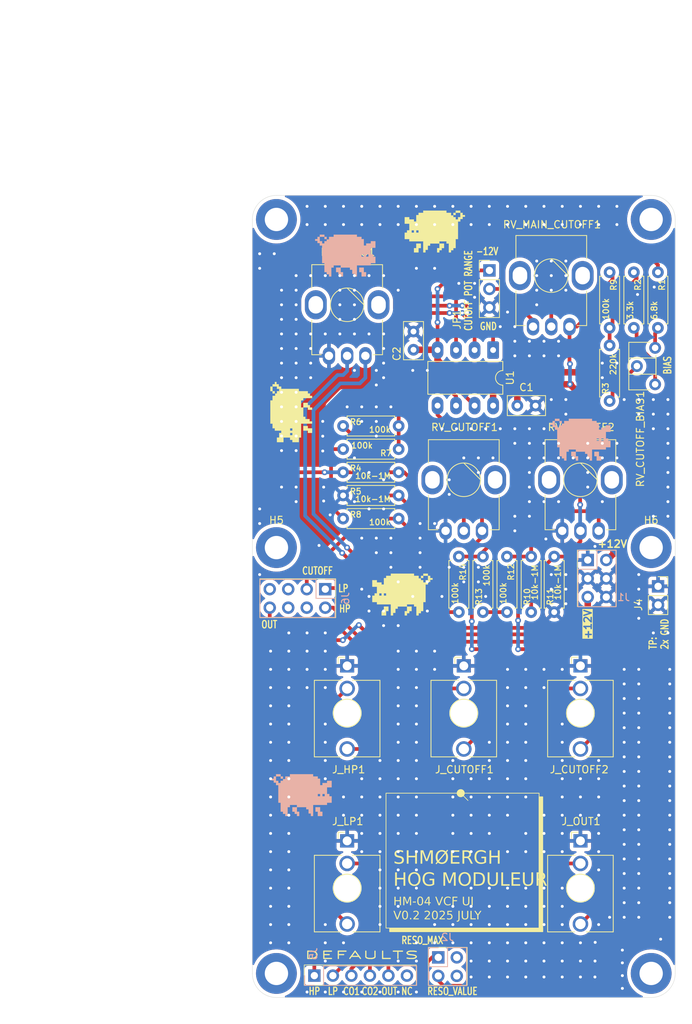
<source format=kicad_pcb>
(kicad_pcb (version 20241229) (generator "pcbnew") (generator_version "9.0")
  (layers (0 "F.Cu" signal) (2 "B.Cu" signal) (13 "F.Paste" user) (15 "B.Paste" user) (5 "F.SilkS" user "F.Silkscreen") (7 "B.SilkS" user "B.Silkscreen") (1 "F.Mask" user) (3 "B.Mask" user) (25 "Edge.Cuts" user))
  (net 0 "")
  (net 2 "+12V")
  (net 3 "GND")
  (net 4 "-12V")
  (net 5 "Net-(JP1-C)")
  (net 6 "RESO_MAX")
  (net 7 "RESO_VALUE")
  (net 8 "OUT_DEFAULT")
  (net 9 "CUTOFF_2_DEFAULT")
  (net 10 "CUTOFF_1_DEFAULT")
  (net 11 "Net-(R1-Pad2)")
  (net 12 "HP_DEFAULT")
  (net 13 "LP_DEFAULT")
  (net 15 "HP_IN")
  (net 18 "OUT")
  (net 19 "LP_IN")
  (net 20 "CUTOFF")
  (net 23 "Net-(J_CUTOFF1-PadT)")
  (net 24 "Net-(J_CUTOFF2-PadT)")
  (net 25 "Net-(R2-Pad2)")
  (net 26 "Net-(R3-Pad1)")
  (net 27 "Net-(U1A-+)")
  (net 28 "Net-(U1A--)")
  (net 30 "Net-(R7-Pad2)")
  (net 31 "Net-(R9-Pad1)")
  (net 32 "Net-(U1B-+)")
  (net 33 "Net-(U1B--)")
  (net 34 "Net-(R13-Pad2)")
  (footprint "MountingHole:MountingHole_3.2mm_M3_DIN965_Pad" (layer "F.Cu") (at 178.7 92.3)
    (property "Reference" "H6")
    (property "Value" "MountingHole")
  )
  (footprint "Capacitor_THT:C_Disc_D5.0mm_W2.5mm_P2.50mm" (layer "F.Cu") (at 160.342 72.829)
    (property "Reference" "C1")
    (property "Value" "100n")
  )
  (footprint "Shmoergh_Custom_Footprints:Potentiometer_Bourns_Single-PTV09A" (layer "F.Cu") (at 165 55)
    (property "Reference" "RV_MAIN_CUTOFF1")
    (property "Value" "100k")
  )
  (footprint "Shmoergh_Custom_Footprints:R_Axial_DIN0207_L6.3mm_D2.5mm_P7.62mm_Horizontal" (layer "F.Cu") (at 165.402 101.15 90)
    (property "Reference" "R11")
    (property "Value" "10k-1M")
  )
  (footprint "Connector_PinHeader_2.54mm:PinHeader_1x03_P2.54mm_Vertical" (layer "F.Cu") (at 156.512 54.287)
    (property "Reference" "JP1")
    (property "Value" "Jumper_3_Open")
  )
  (footprint "Capacitor_THT:C_Disc_D5.0mm_W2.5mm_P2.50mm" (layer "F.Cu") (at 146.098 62.669 -90)
    (property "Reference" "C2")
    (property "Value" "100n")
  )
  (footprint "Connector_PinSocket_2.54mm:PinSocket_1x02_P2.54mm_Vertical" (layer "F.Cu") (at 179.651 97.614)
    (property "Reference" "J4")
    (property "Value" "Conn_01x02")
  )
  (footprint "Shmoergh_Custom_Footprints:R_Axial_DIN0207_L6.3mm_D2.5mm_P7.62mm_Horizontal" (layer "F.Cu") (at 136.446 81.973)
    (property "Reference" "R4")
    (property "Value" "10k-1M")
  )
  (footprint "Shmoergh_Custom_Footprints:Potentiometer_Bourns_Single-PTV09A" (layer "F.Cu") (at 153 83)
    (property "Reference" "RV_CUTOFF1")
    (property "Value" "100k")
  )
  (footprint "Shmoergh_Custom_Footprints:R_Axial_DIN0207_L6.3mm_D2.5mm_P7.62mm_Horizontal" (layer "F.Cu") (at 144.066 78.798 180)
    (property "Reference" "R7")
    (property "Value" "100k")
  )
  (footprint "Shmoergh_Custom_Footprints:Jack_3.5mm_QingPu_WQP-PJ398SM_Vertical_CircularHoles" (layer "F.Cu") (at 169 115)
    (property "Reference" "J_CUTOFF2")
    (property "Value" "PJ398SM")
  )
  (footprint "Shmoergh_Custom_Footprints:R_Axial_DIN0207_L6.3mm_D2.5mm_P7.62mm_Horizontal" (layer "F.Cu") (at 173.000068 72.194 90)
    (property "Reference" "R3")
    (property "Value" "220k")
  )
  (footprint "MountingHole:MountingHole_3.2mm_M3_DIN965_Pad" (layer "F.Cu") (at 178.7 47.3)
    (property "Reference" "H2")
    (property "Value" "MountingHole")
  )
  (footprint "Shmoergh_Custom_Footprints:Jack_3.5mm_QingPu_WQP-PJ398SM_Vertical_CircularHoles" (layer "F.Cu") (at 153 115)
    (property "Reference" "J_CUTOFF1")
    (property "Value" "PJ398SM")
  )
  (footprint "MountingHole:MountingHole_3.2mm_M3_DIN965_Pad" (layer "F.Cu") (at 178.7 150.7)
    (property "Reference" "H3")
    (property "Value" "MountingHole")
  )
  (footprint "Shmoergh_Custom_Footprints:R_Axial_DIN0207_L6.3mm_D2.5mm_P7.62mm_Horizontal" (layer "F.Cu") (at 136.446 88.323)
    (property "Reference" "R8")
    (property "Value" "100k")
  )
  (footprint "MountingHole:MountingHole_3.2mm_M3_DIN965_Pad" (layer "F.Cu") (at 127.3 47.3)
    (property "Reference" "H1")
    (property "Value" "MountingHole")
  )
  (footprint "Shmoergh_Custom_Footprints:R_Axial_DIN0207_L6.3mm_D2.5mm_P7.62mm_Horizontal" (layer "F.Cu") (at 179.626 54.541 -90)
    (property "Reference" "R1")
    (property "Value" "6.8k")
  )
  (footprint "Shmoergh_Logo:Gyeszno" (layer "F.Cu") (at 129.334 73.718 90)
    (property "Reference" "G***" (hide yes))
    (property "Value" "LOGO" (hide yes))
  )
  (footprint "MountingHole:MountingHole_3.2mm_M3_DIN965_Pad" (layer "F.Cu") (at 127.3 150.7)
    (property "Reference" "H4")
    (property "Value" "MountingHole")
  )
  (footprint "Shmoergh_Custom_Footprints:Jack_3.5mm_QingPu_WQP-PJ398SM_Vertical_CircularHoles" (layer "F.Cu") (at 169 139)
    (property "Reference" "J_OUT1")
    (property "Value" "PJ398SM")
  )
  (footprint "Shmoergh_Custom_Footprints:R_Axial_DIN0207_L6.3mm_D2.5mm_P7.62mm_Horizontal" (layer "F.Cu") (at 162.241 101.15 90)
    (property "Reference" "R10")
    (property "Value" "10k-1M")
  )
  (footprint "Shmoergh_Custom_Footprints:Potentiometer_Bourns_Single-PTV09A" (layer "F.Cu") (at 169 83)
    (property "Reference" "RV_CUTOFF2")
    (property "Value" "100k")
  )
  (footprint "Shmoergh_Custom_Footprints:R_Axial_DIN0207_L6.3mm_D2.5mm_P7.62mm_Horizontal" (layer "F.Cu") (at 176.324 54.541 -90)
    (property "Reference" "R2")
    (property "Value" "3.3k")
  )
  (footprint "Shmoergh_Custom_Footprints:R_Axial_DIN0207_L6.3mm_D2.5mm_P7.62mm_Horizontal" (layer "F.Cu") (at 173.000068 54.541 -90)
    (property "Reference" "R9")
    (property "Value" "100k")
  )
  (footprint "Shmoergh_Custom_Footprints:Jack_3.5mm_QingPu_WQP-PJ398SM_Vertical_CircularHoles" (layer "F.Cu") (at 137 139)
    (property "Reference" "J_LP1")
    (property "Value" "PJ398SM")
  )
  (footprint "Shmoergh_Custom_Footprints:R_Axial_DIN0207_L6.3mm_D2.5mm_P7.62mm_Horizontal" (layer "F.Cu") (at 155.623 101.15 90)
    (property "Reference" "R13")
    (property "Value" "100k")
  )
  (footprint "Shmoergh_Custom_Footprints:R_Axial_DIN0207_L6.3mm_D2.5mm_P7.62mm_Horizontal" (layer "F.Cu") (at 158.925 93.53 -90)
    (property "Reference" "R12")
    (property "Value" "100k")
  )
  (footprint "Shmoergh_Custom_Footprints:R_Axial_DIN0207_L6.3mm_D2.5mm_P7.62mm_Horizontal" (layer "F.Cu") (at 136.446 85.148)
    (property "Reference" "R5")
    (property "Value" "10k-1M")
  )
  (footprint "Shmoergh_Custom_Footprints:R_Axial_DIN0207_L6.3mm_D2.5mm_P7.62mm_Horizontal" (layer "F.Cu") (at 152.321 93.53 -90)
    (property "Reference" "R14")
    (property "Value" "100k")
  )
  (footprint "Shmoergh_Custom_Footprints:R_Axial_DIN0207_L6.3mm_D2.5mm_P7.62mm_Horizontal" (layer "F.Cu") (at 136.446 75.623)
    (property "Reference" "R6")
    (property "Value" "100k")
  )
  (footprint "MountingHole:MountingHole_3.2mm_M3_DIN965_Pad" (layer "F.Cu") (at 127.3 92.3)
    (property "Reference" "H5")
    (property "Value" "MountingHole")
  )
  (footprint "Shmoergh_Logo:Gyeszno" (layer "F.Cu") (at 149.019 48.953)
    (property "Reference" "G***" (hide yes))
    (property "Value" "LOGO" (hide yes))
  )
  (footprint "Shmoergh_Custom_Footprints:Jack_3.5mm_QingPu_WQP-PJ398SM_Vertical_CircularHoles" (layer "F.Cu") (at 137 115)
    (property "Reference" "J_HP1")
    (property "Value" "PJ398SM")
  )
  (footprint "Potentiometer_THT:Potentiometer_ACP_CA6-H2,5_Horizontal" (layer "F.Cu") (at 179.245 69.908 180)
    (property "Reference" "RV_CUTOFF_BIAS1")
    (property "Value" "10k")
  )
  (footprint "Package_DIP:DIP-8_W7.62mm_LongPads" (layer "F.Cu") (at 157.02 65.209 -90)
    (property "Reference" "U1")
    (property "Value" "TL072")
  )
  (footprint "Shmoergh_Custom_Footprints:Potentiometer_Bourns_Single-PTV09A" (layer "F.Cu") (at 137 59)
    (property "Reference" "RV_RESO1")
    (property "Value" "100k")
  )
  (footprint "Shmoergh_Logo:Gyeszno" (layer "F.Cu") (at 144.574 98.737)
    (property "Reference" "G***" (hide yes))
    (property "Value" "LOGO" (hide yes))
  )
  (footprint "Connector_PinSocket_2.54mm:PinSocket_2x03_P2.54mm_Vertical" (layer "B.Cu") (at 170 94 180)
    (property "Reference" "J1")
    (property "Value" "Conn_02x03_Odd_Even")
  )
  (footprint "Connector_PinSocket_2.54mm:PinSocket_2x04_P2.54mm_Vertical" (layer "B.Cu") (at 134 98 90)
    (property "Reference" "J6")
    (property "Value" "Conn_02x04_Odd_Even")
  )
  (footprint "Shmoergh_Logo:Gyeszno" (layer "B.Cu") (at 169 77.5 180)
    (property "Reference" "G***" (hide yes))
    (property "Value" "LOGO" (hide yes))
  )
  (footprint "Shmoergh_Logo:Gyeszno" (layer "B.Cu") (at 130.75 126.25 180)
    (property "Reference" "G***" (hide yes))
    (property "Value" "LOGO" (hide yes))
  )
  (footprint "Connector_PinSocket_2.54mm:PinSocket_2x02_P2.54mm_Vertical" (layer "B.Cu") (at 149.5 148.5 180)
    (property "Reference" "J2")
    (property "Value" "Conn_02x02_Counter_Clockwise")
  )
  (footprint "Connector_PinSocket_2.54mm:PinSocket_1x06_P2.54mm_Vertical" (layer "B.Cu") (at 132.5 151 -90)
    (property "Reference" "J5")
    (property "Value" "Conn_01x06")
  )
  (footprint "Shmoergh_Logo:Gyeszno" (layer "B.Cu") (at 136.75 52.25 180)
    (property "Reference" "G***" (hide yes))
    (property "Value" "LOGO" (hide yes))
  )
  (gr_rect (start 168.577 92.641) (end 173.911 100.388) (stroke (width 0.1)) (fill no) (layer "F.SilkS"))
  (gr_rect (start 142.829 144.479) (end 163.829 144.979) (stroke (width 0.1)) (fill yes) (layer "F.SilkS"))
  (gr_line (start 153.579 126.979) (end 152.579 125.979) (stroke (width 0.1)) (layer "F.SilkS"))
  (gr_rect (start 148.13 147.124) (end 153.464 152.331) (stroke (width 0.1)) (fill no) (layer "F.SilkS"))
  (gr_rect (start 163.329 126.479) (end 163.829 144.979) (stroke (width 0.1)) (fill yes) (layer "F.SilkS"))
  (gr_rect (start 142.329 125.979) (end 163.329 144.479) (stroke (width 0.1)) (fill no) (layer "F.SilkS"))
  (gr_rect (start 131.112 149.537) (end 146.479 152.331) (stroke (width 0.1)) (fill no) (layer "F.SilkS"))
  (gr_circle (center 152.579 125.979) (end 152.579 125.479) (stroke (width 0.1)) (fill yes) (layer "F.SilkS"))
  (gr_rect (start 125.016 96.578) (end 135.43 101.912) (stroke (width 0.1)) (fill no) (layer "F.SilkS"))
  (gr_line (start 178.7 154) (end 127.3 154) (stroke (width 0.05)) (layer "Edge.Cuts"))
  (gr_arc (start 182 150.7) (mid 181.033452 153.033452) (end 178.7 154) (stroke (width 0.05)) (layer "Edge.Cuts"))
  (gr_line (start 182 47.3) (end 182 150.7) (stroke (width 0.05)) (layer "Edge.Cuts"))
  (gr_line (start 127.3 44) (end 178.7 44) (stroke (width 0.05)) (layer "Edge.Cuts"))
  (gr_line (start 124 150.7) (end 124 47.3) (stroke (width 0.05)) (layer "Edge.Cuts"))
  (gr_arc (start 124 47.3) (mid 124.966548 44.966548) (end 127.3 44) (stroke (width 0.05)) (layer "Edge.Cuts"))
  (gr_arc (start 127.3 154) (mid 124.966548 153.033452) (end 124 150.7) (stroke (width 0.05)) (layer "Edge.Cuts"))
  (gr_arc (start 178.7 44) (mid 181.033452 44.966548) (end 182 47.3) (stroke (width 0.05)) (layer "Edge.Cuts"))
  (gr_text "SHMØERGH \nHOG MODULEUR" (at 143.329 138.979 0) (layer "F.SilkS") (effects (font (size 1.8 1.8) (thickness 0.1)) (justify left bottom)))
  (gr_text "GND" (at 155.115 62.542 0) (layer "F.SilkS") (effects (font (size 1 0.75) (thickness 0.17) (bold yes)) (justify left bottom)))
  (gr_text "DEFAULTS" (at 138.986 148.775 0) (layer "F.SilkS") (effects (font (size 1 2.2) (thickness 0.17) (bold yes)) (justify bottom)))
  (gr_text "CUTOFF" (at 130.731 96.07 0) (layer "F.SilkS") (effects (font (size 1 0.75) (thickness 0.17) (bold yes)) (justify left bottom)))
  (gr_text "RESO_VALUE" (at 154.988 153.728 0) (layer "F.SilkS") (effects (font (size 1 0.75) (thickness 0.17) (bold yes)) (justify right bottom)))
  (gr_text "HP" (at 135.811 101.277 0) (layer "F.SilkS") (effects (font (size 1 0.75) (thickness 0.17) (bold yes)) (justify left bottom)))
  (gr_text "+12V" (at 170.609 104.96 90) (layer "F.SilkS" knockout) (effects (font (size 1 1) (thickness 0.2) (bold yes)) (justify left bottom)))
  (gr_text "NC" (at 145.209 153.728 0) (layer "F.SilkS") (effects (font (size 1 0.75) (thickness 0.17) (bold yes)) (justify bottom)))
  (gr_text "CO2" (at 140.129 153.728 0) (layer "F.SilkS") (effects (font (size 1 0.75) (thickness 0.17) (bold yes)) (justify bottom)))
  (gr_text "TP:\n2x GND" (at 181.15 106.357 90) (layer "F.SilkS") (effects (font (size 1 0.75) (thickness 0.17) (bold yes)) (justify left bottom)))
  (gr_text "+12V" (at 171.244 92.387 0) (layer "F.SilkS") (effects (font (size 1 1) (thickness 0.2) (bold yes)) (justify left bottom)))
  (gr_text "BIAS" (at 181.531 68.638 90) (layer "F.SilkS") (effects (font (size 1 0.75) (thickness 0.17) (bold yes)) (justify left bottom)))
  (gr_text "OUT" (at 142.796 153.728 0) (layer "F.SilkS") (effects (font (size 1 0.75) (thickness 0.17) (bold yes)) (justify bottom)))
  (gr_text "-12V" (at 154.607 52.255 0) (layer "F.SilkS") (effects (font (size 1 0.75) (thickness 0.17) (bold yes)) (justify left bottom)))
  (gr_text "LP" (at 135.684 98.483 0) (layer "F.SilkS") (effects (font (size 1 0.75) (thickness 0.17) (bold yes)) (justify left bottom)))
  (gr_text "CUTOFF POT RANGE" (at 154.226 62.669 90) (layer "F.SilkS") (effects (font (size 1 0.75) (thickness 0.17) (bold yes)) (justify left bottom)))
  (gr_text "OUT" (at 125.143 103.436 0) (layer "F.SilkS") (effects (font (size 1 0.75) (thickness 0.17) (bold yes)) (justify left bottom)))
  (gr_text "HP" (at 132.509 153.728 0) (layer "F.SilkS") (effects (font (size 1 0.75) (thickness 0.17) (bold yes)) (justify bottom)))
  (gr_text "CO1" (at 137.589 153.728 0) (layer "F.SilkS") (effects (font (size 1 0.75) (thickness 0.17) (bold yes)) (justify bottom)))
  (gr_text "RESO_MAX" (at 150.289 146.743 0) (layer "F.SilkS") (effects (font (size 1 0.75) (thickness 0.17) (bold yes)) (justify right bottom)))
  (gr_text "HM-04 VCF UI \nV0.2 2025 JULY" (at 143.329 143.479 0) (layer "F.SilkS") (effects (font (size 1.15 1.15) (thickness 0.1)) (justify left bottom)))
  (gr_text "LP" (at 135.049 153.728 0) (layer "F.SilkS") (effects (font (size 1 0.75) (thickness 0.17) (bold yes)) (justify bottom)))
  (segment (start 167.5 62) (end 167.5 67.053) (width 0.508) (layer "F.Cu") (net 2))
  (segment (start 160.449 69.908) (end 158.036 69.908) (width 0.889) (layer "F.Cu") (net 2))
  (segment (start 160.342 72.829) (end 160.342 70.015) (width 0.889) (layer "F.Cu") (net 2))
  (segment (start 179.626 53.525) (end 179.626 54.541) (width 0.508) (layer "F.Cu") (net 2))
  (segment (start 172.679 94) (end 173.53 93.149) (width 0.889) (layer "F.Cu") (net 2))
  (segment (start 168.484 62) (end 174.8 55.684) (width 0.508) (layer "F.Cu") (net 2))
  (segment (start 157.02 70.924) (end 157.02 72.829) (width 0.889) (layer "F.Cu") (net 2))
  (segment (start 170.355 76.766) (end 168.831 75.242) (width 0.889) (layer "F.Cu") (net 2))
  (segment (start 167.5 67.053) (end 167.561 67.114) (width 0.508) (layer "F.Cu") (net 2))
  (segment (start 173.53 87.688) (end 176.578 84.64) (width 0.889) (layer "F.Cu") (net 2))
  (segment (start 178.483 52.382) (end 179.626 53.525) (width 0.508) (layer "F.Cu") (net 2))
  (segment (start 175.435 76.766) (end 170.355 76.766) (width 0.889) (layer "F.Cu") (net 2))
  (segment (start 158.036 69.908) (end 157.02 70.924) (width 0.889) (layer "F.Cu") (net 2))
  (segment (start 176.578 84.64) (end 176.578 77.909) (width 0.889) (layer "F.Cu") (net 2))
  (segment (start 174.8 55.684) (end 174.8 53.525) (width 0.508) (layer "F.Cu") (net 2))
  (segment (start 168.831 71.178) (end 167.561 69.908) (width 0.889) (layer "F.Cu") (net 2))
  (segment (start 167.5 62) (end 168.484 62) (width 0.508) (layer "F.Cu") (net 2))
  (segment (start 172.54 94) (end 172.679 94) (width 0.889) (layer "F.Cu") (net 2))
  (segment (start 176.578 77.909) (end 175.435 76.766) (width 0.889) (layer "F.Cu") (net 2))
  (segment (start 160.342 70.015) (end 160.449 69.908) (width 0.889) (layer "F.Cu") (net 2))
  (segment (start 167.688 69.908) (end 167.561 69.908) (width 0.889) (layer "F.Cu") (net 2))
  (segment (start 167.561 69.908) (end 160.449 69.908) (width 0.889) (layer "F.Cu") (net 2))
  (segment (start 174.8 53.525) (end 175.943 52.382) (width 0.508) (layer "F.Cu") (net 2))
  (segment (start 168.831 75.242) (end 168.831 71.178) (width 0.889) (layer "F.Cu") (net 2))
  (segment (start 175.943 52.382) (end 178.483 52.382) (width 0.508) (layer "F.Cu") (net 2))
  (segment (start 173.53 93.149) (end 173.53 87.688) (width 0.889) (layer "F.Cu") (net 2))
  (via (at 167.561 67.114) (size 0.8) (drill 0.4) (layers "F.Cu" "B.Cu") (net 2))
  (via (at 167.561 69.908) (size 0.8) (drill 0.4) (layers "F.Cu" "B.Cu") (net 2))
  (segment (start 167.561 67.114) (end 167.561 69.908) (width 0.508) (layer "B.Cu") (net 2))
  (via (at 166.5 141.5) (size 0.8) (drill 0.4) (layers "F.Cu" "B.Cu") (net 3))
  (via (at 150 99) (size 0.8) (drill 0.4) (layers "F.Cu" "B.Cu") (net 3))
  (via (at 142 101) (size 0.8) (drill 0.4) (layers "F.Cu" "B.Cu") (net 3))
  (via (at 146.5 116.5) (size 0.8) (drill 0.4) (layers "F.Cu" "B.Cu") (net 3))
  (via (at 156.5 149) (size 0.8) (drill 0.4) (layers "F.Cu" "B.Cu") (net 3))
  (via (at 161.5 109) (size 0.8) (drill 0.4) (layers "F.Cu" "B.Cu") (net 3))
  (via (at 148 101) (size 0.8) (drill 0.4) (layers "F.Cu" "B.Cu") (net 3))
  (via (at 176.832 57.589) (size 0.8) (drill 0.4) (layers "F.Cu" "B.Cu") (net 3))
  (via (at 141.5 136.5) (size 0.8) (drill 0.4) (layers "F.Cu" "B.Cu") (net 3))
  (via (at 175 119) (size 0.8) (drill 0.4) (layers "F.Cu" "B.Cu") (net 3))
  (via (at 147 93) (size 0.8) (drill 0.4) (layers "F.Cu" "B.Cu") (net 3))
  (via (at 155 80) (size 0.8) (drill 0.4) (layers "F.Cu" "B.Cu") (net 3))
  (via (at 158 76) (size 0.8) (drill 0.4) (layers "F.Cu" "B.Cu") (net 3))
  (via (at 132 65) (size 0.8) (drill 0.4) (layers "F.Cu" "B.Cu") (net 3))
  (via (at 175 141) (size 0.8) (drill 0.4) (layers "F.Cu" "B.Cu") (net 3))
  (via (at 129 126.5) (size 0.8) (drill 0.4) (layers "F.Cu" "B.Cu") (net 3))
  (via (at 166.5 124) (size 0.8) (drill 0.4) (layers "F.Cu" "B.Cu") (net 3))
  (via (at 164 129) (size 0.8) (drill 0.4) (layers "F.Cu" "B.Cu") (net 3))
  (via (at 126.5 134) (size 0.8) (drill 0.4) (layers "F.Cu" "B.Cu") (net 3))
  (via (at 146 68) (size 0.8) (drill 0.4) (layers "F.Cu" "B.Cu") (net 3))
  (via (at 129 146.5) (size 0.8) (drill 0.4) (layers "F.Cu" "B.Cu") (net 3))
  (via (at 160 76) (size 0.8) (drill 0.4) (layers "F.Cu" "B.Cu") (net 3))
  (via (at 159 116.5) (size 0.8) (drill 0.4) (layers "F.Cu" "B.Cu") (net 3))
  (via (at 128 71) (size 0.8) (drill 0.4) (layers "F.Cu" "B.Cu") (net 3))
  (via (at 141 75) (size 0.8) (drill 0.4) (layers "F.Cu" "B.Cu") (net 3))
  (via (at 159 119) (size 0.8) (drill 0.4) (layers "F.Cu" "B.Cu") (net 3))
  (via (at 136.5 129) (size 0.8) (drill 0.4) (layers "F.Cu" "B.Cu") (net 3))
  (via (at 177 113) (size 0.8) (drill 0.4) (layers "F.Cu" "B.Cu") (net 3))
  (via (at 181.25 125) (size 0.8) (drill 0.4) (layers "F.Cu" "B.Cu") (net 3))
  (via (at 181.25 111) (size 0.8) (drill 0.4) (layers "F.Cu" "B.Cu") (net 3))
  (via (at 154 151.188) (size 0.8) (drill 0.4) (layers "F.Cu" "B.Cu") (net 3))
  (via (at 130 77) (size 0.8) (drill 0.4) (layers "F.Cu" "B.Cu") (net 3))
  (via (at 129 119) (size 0.8) (drill 0.4) (layers "F.Cu" "B.Cu") (net 3))
  (via (at 130 67) (size 0.8) (drill 0.4) (layers "F.Cu" "B.Cu") (net 3))
  (via (at 153 95) (size 0.8) (drill 0.4) (layers "F.Cu" "B.Cu") (net 3))
  (via (at 136.5 153.25) (size 0.8) (drill 0.4) (layers "F.Cu" "B.Cu") (net 3))
  (via (at 125 54) (size 0.8) (drill 0.4) (layers "F.Cu" "B.Cu") (net 3))
  (via (at 126.5 106.5) (size 0.8) (drill 0.4) (layers "F.Cu" "B.Cu") (net 3))
  (via (at 144 134) (size 0.8) (drill 0.4) (layers "F.Cu" "B.Cu") (net 3))
  (via (at 177 74) (size 0.8) (drill 0.4) (layers "F.Cu" "B.Cu") (net 3))
  (via (at 136 55) (size 0.8) (drill 0.4) (layers "F.Cu" "B.Cu") (net 3))
  (via (at 164 134) (size 0.8) (drill 0.4) (layers "F.Cu" "B.Cu") (net 3))
  (via (at 175 113) (size 0.8) (drill 0.4) (layers "F.Cu" "B.Cu") (net 3))
  (via (at 163 55) (size 0.8) (drill 0.4) (layers "F.Cu" "B.Cu") (net 3))
  (via (at 164 78) (size 0.8) (drill 0.4) (layers "F.Cu" "B.Cu") (net 3))
  (via (at 141 70) (size 0.8) (drill 0.4) (layers "F.Cu" "B.Cu") (net 3))
  (via (at 179 88) (size 0.8) (drill 0.4) (layers "F.Cu" "B.Cu") (net 3))
  (via (at 146.5 124) (size 0.8) (drill 0.4) (layers "F.Cu" "B.Cu") (net 3))
  (via (at 130 79) (size 0.8) (drill 0.4) (layers "F.Cu" "B.Cu") (net 3))
  (via (at 134 121.5) (size 0.8) (drill 0.4) (layers "F.Cu" "B.Cu") (net 3))
  (via (at 141.5 141.5) (size 0.8) (drill 0.4) (layers "F.Cu" "B.Cu") (net 3))
  (via (at 175 133) (size 0.8) (drill 0.4) (layers "F.Cu" "B.Cu") (net 3))
  (via (at 171.5 134) (size 0.8) (drill 0.4) (layers "F.Cu" "B.Cu") (net 3))
  (via (at 134 124) (size 0.8) (drill 0.4) (layers "F.Cu" "B.Cu") (net 3))
  (via (at 163 59) (size 0.8) (drill 0.4) (layers "F.Cu" "B.Cu") (net 3))
  (via (at 128 79) (size 0.8) (drill 0.4) (layers "F.Cu" "B.Cu") (net 3))
  (via (at 144 126.5) (size 0.8) (drill 0.4) (layers "F.Cu" "B.Cu") (net 3))
  (via (at 125 52) (size 0.8) (drill 0.4) (layers "F.Cu" "B.Cu") (net 3))
  (via (at 134 153.25) (size 0.8) (drill 0.4) (layers "F.Cu" "B.Cu") (net 3))
  (via (at 134 111.5) (size 0.8) (drill 0.4) (layers "F.Cu" "B.Cu") (net 3))
  (via (at 181 74) (size 0.8) (drill 0.4) (layers "F.Cu" "B.Cu") (net 3))
  (via (at 156.5 48) (size 0.8) (drill 0.4) (layers "F.Cu" "B.Cu") (net 3))
  (via (at 156 76) (size 0.8) (drill 0.4) (layers "F.Cu" "B.Cu") (net 3))
  (via (at 134 119) (size 0.8) (drill 0.4) (layers "F.Cu" "B.Cu") (net 3))
  (via (at 130 59) (size 0.8) (drill 0.4) (layers "F.Cu" "B.Cu") (net 3))
  (via (at 175 125) (size 0.8) (drill 0.4) (layers "F.Cu" "B.Cu") (net 3))
  (via (at 159 151.188) (size 0.8) (drill 0.4) (layers "F.Cu" "B.Cu") (net 3))
  (via (at 174 80) (size 0.8) (drill 0.4) (layers "F.Cu" "B.Cu") (net 3))
  (via (at 175 123) (size 0.8) (drill 0.4) (layers "F.Cu" "B.Cu") (net 3))
  (via (at 166.5 126.5) (size 0.8) (drill 0.4) (layers "F.Cu" "B.Cu") (net 3))
  (via (at 162 76) (size 0.8) (drill 0.4) (layers "F.Cu" "B.Cu") (net 3))
  (via (at 141 68) (size 0.8) (drill 0.4) (layers "F.Cu" "B.Cu") (net 3))
  (via (at 167 72) (size 0.8) (drill 0.4) (layers "F.Cu" "B.Cu") (net 3))
  (via (at 146.5 126.5) (size 0.8) (drill 0.4) (layers "F.Cu" "B.Cu") (net 3))
  (via (at 154 129) (size 0.8) (drill 0.4) (layers "F.Cu" "B.Cu") (net 3))
  (via (at 172 78) (size 0.8) (drill 0.4) (layers "F.Cu" "B.Cu") (net 3))
  (via (at 156.5 129) (size 0.8) (drill 0.4) (layers "F.Cu" "B.Cu") (net 3))
  (via (at 128 57) (size 0.8) (drill 0.4) (layers "F.Cu" "B.Cu") (net 3))
  (via (at 162 78) (size 0.8) (drill 0.4) (layers "F.Cu" "B.Cu") (net 3))
  (via (at 163 57) (size 0.8) (drill 0.4) (layers "F.Cu" "B.Cu") (net 3))
  (via (at 175 72) (size 0.8) (drill 0.4) (layers "F.Cu" "B.Cu") (net 3))
  (via (at 174.75 149.25) (size 0.8) (drill 0.4) (layers "F.Cu" "B.Cu") (net 3))
  (via (at 152.321 56.065) (size 0.8) (drill 0.4) (layers "F.Cu" "B.Cu") (net 3))
  (via (at 177 137) (size 0.8) (drill 0.4) (layers "F.Cu" "B.Cu") (net 3))
  (via (at 171.5 144) (size 0.8) (drill 0.4) (layers "F.Cu" "B.Cu") (net 3))
  (via (at 165 96) (size 0.8) (drill 0.4) (layers "F.Cu" "B.Cu") (net 3))
  (via (at 154 141.5) (size 0.8) (drill 0.4) (layers "F.Cu" "B.Cu") (net 3))
  (via (at 140 87) (size 0.8) (drill 0.4) (layers "F.Cu" "B.Cu") (net 3))
  (via (at 144 57) (size 0.8) (drill 0.4) (layers "F.Cu" "B.Cu") (net 3))
  (via (at 146.5 149) (size 0.8) (drill 0.4) (layers "F.Cu" "B.Cu") (net 3))
  (via (at 177 135) (size 0.8) (drill 0.4) (layers "F.Cu" "B.Cu") (net 3))
  (via (at 130 63) (size 0.8) (drill 0.4) (layers "F.Cu" "B.Cu") (net 3))
  (via (at 177 127) (size 0.8) (drill 0.4) (layers "F.Cu" "B.Cu") (net 3))
  (via (at 146.5 136.5) (size 0.8) (drill 0.4) (layers "F.Cu" "B.Cu") (net 3))
  (via (at 161.5 144) (size 0.8) (drill 0.4) (layers "F.Cu" "B.Cu") (net 3))
  (via (at 129 144) (size 0.8) (drill 0.4) (layers "F.Cu" "B.Cu") (net 3))
  (via (at 164 139) (size 0.8) (drill 0.4) (layers "F.Cu" "B.Cu") (net 3))
  (via (at 146.5 131.5) (size 0.8) (drill 0.4) (layers "F.Cu" "B.Cu") (net 3))
  (via (at 144 129) (size 0.8) (drill 0.4) (layers "F.Cu" "B.Cu") (net 3))
  (via (at 138 55) (size 0.8) (drill 0.4) (layers "F.Cu" "B.Cu") (net 3))
  (via (at 160 62) (size 0.8) (drill 0.4) (layers "F.Cu" "B.Cu") (net 3))
  (via (at 146.5 111.5) (size 0.8) (drill 0.4) (layers "F.Cu" "B.Cu") (net 3))
  (via (at 152 76) (size 0.8) (drill 0.4) (layers "F.Cu" "B.Cu") (net 3))
  (via (at 159 45.5) (size 0.8) (drill 0.4) (layers "F.Cu" "B.Cu") (net 3))
  (via (at 169 126.5) (size 0.8) (drill 0.4) (layers "F.Cu" "B.Cu") (net 3))
  (via (at 130 55) (size 0.8) (drill 0.4) (layers "F.Cu" "B.Cu") (net 3))
  (via (at 132 63) (size 0.8) (drill 0.4) (layers "F.Cu" "B.Cu") (net 3))
  (via (at 139 124) (size 0.8) (drill 0.4) (layers "F.Cu" "B.Cu") (net 3))
  (via (at 146.5 153.25) (size 0.8) (drill 0.4) (layers "F.Cu" "B.Cu") (net 3))
  (via (at 162 86) (size 0.8) (drill 0.4) (layers "F.Cu" "B.Cu") (net 3))
  (via (at 166 78) (size 0.8) (drill 0.4) (layers "F.Cu" "B.Cu") (net 3))
  (via (at 142 103) (size 0.8) (drill 0.4) (layers "F.Cu" "B.Cu") (net 3))
  (via (at 177 121) (size 0.8) (drill 0.4) (layers "F.Cu" "B.Cu") (net 3))
  (via (at 136.5 48) (size 0.8) (drill 0.4) (layers "F.Cu" "B.Cu") (net 3))
  (via (at 177 111) (size 0.8) (drill 0.4) (layers "F.Cu" "B.Cu") (net 3))
  (via (at 181.25 139) (size 0.8) (drill 0.4) (layers "F.Cu" "B.Cu") (net 3))
  (via (at 166.5 139) (size 0.8) (drill 0.4) (layers "F.Cu" "B.Cu") (net 3))
  (via (at 130 61) (size 0.8) (drill 0.4) (layers "F.Cu" "B.Cu") (net 3))
  (via (at 179 74) (size 0.8) (drill 0.4) (layers "F.Cu" "B.Cu") (net 3))
  (via (at 129 134) (size 0.8) (drill 0.4) (layers "F.Cu" "B.Cu") (net 3))
  (via (at 134 55) (size 0.8) (drill 0.4) (layers "F.Cu" "B.Cu") (net 3))
  (via (at 149 144) (size 0.8) (drill 0.4) (layers "F.Cu" "B.Cu") (net 3))
  (via (at 128 73) (size 0.8) (drill 0.4) (layers "F.Cu" "B.Cu") (net 3))
  (via (at 137 73) (size 0.8) (drill 0.4) (layers "F.Cu" "B.Cu") (net 3))
  (via (at 129 104) (size 0.8) (drill 0.4) (layers "F.Cu" "B.Cu") (net 3))
  (via (at 161.5 114) (size 0.8) (drill 0.4) (layers "F.Cu" "B.Cu") (net 3))
  (via (at 154 124) (size 0.8) (drill 0.4) (layers "F.Cu" "B.Cu") (net 3))
  (via (at 181 84) (size 0.8) (drill 0.4) (layers "F.Cu" "B.Cu") (net 3))
  (via (at 134.668 87.815) (size 0.8) (drill 0.4) (layers "F.Cu" "B.Cu") (net 3))
  (via (at 159 124) (size 0.8) (drill 0.4) (layers "F.Cu" "B.Cu") (net 3))
  (via (at 160 66) (size 0.8) (drill 0.4) (layers "F.Cu" "B.Cu") (net 3))
  (via (at 165 53) (size 0.8) (drill 0.4) (layers "F.Cu" "B.Cu") (net 3))
  (via (at 132 67) (size 0.8) (drill 0.4) (layers "F.Cu" "B.Cu") (net 3))
  (via (at 154 126.5) (size 0.8) (drill 0.4) (layers "F.Cu" "B.Cu") (net 3))
  (via (at 154 146.5) (size 0.8) (drill 0.4) (layers "F.Cu" "B.Cu") (net 3))
  (via (at 165 72) (size 0.8) (drill 0.4) (layers "F.Cu" "B.Cu") (net 3))
  (via (at 161.5 126.5) (size 0.8) (drill 0.4) (layers "F.Cu" "B.Cu") (net 3))
  (via (at 134 109) (size 0.8) (drill 0.4) (layers "F.Cu" "B.Cu") (net 3))
  (via (at 146.5 54) (size 0.8) (drill 0.4) (layers "F.Cu" "B.Cu") (net 3))
  (via (at 154.48 56.065) (size 0.8) (drill 0.4) (layers "F.Cu" "B.Cu") (net 3))
  (via (at 141.5 121.5) (size 0.8) (drill 0.4) (layers "F.Cu" "B.Cu") (net 3))
  (via (at 149 89) (size 0.8) (drill 0.4) (layers "F.Cu" "B.Cu") (net 3))
  (via (at 149 48) (size 0.8) (drill 0.4) (layers "F.Cu" "B.Cu") (net 3))
  (via (at 181 88) (size 0.8) (drill 0.4) (layers "F.Cu" "B.Cu") (net 3))
  (via (at 134 48) (size 0.8) (drill 0.4) (layers "F.Cu" "B.Cu") (net 3))
  (via (at 164 86) (size 0.8) (drill 0.4) (layers "F.Cu" "B.Cu") (net 3))
  (via (at 126.5 116.5) (size 0.8) (drill 0.4) (layers "F.Cu" "B.Cu") (net 3))
  (via (at 174 67) (size 0.8) (drill 0.4) (layers "F.Cu" "B.Cu") (net 3))
  (via (at 166 80) (size 0.8) (drill 0.4) (layers "F.Cu" "B.Cu") (net 3))
  (via (at 170.99 92.133) (size 0.8) (drill 0.4) (layers "F.Cu" "B.Cu") (net 3))
  (via (at 144 114) (size 0.8) (drill 0.4) (layers "F.Cu" "B.Cu") (net 3))
  (via (at 159 146.5) (size 0.8) (drill 0.4) (layers "F.Cu" "B.Cu") (net 3))
  (via (at 161.5 131.5) (size 0.8) (drill 0.4) (layers "F.Cu" "B.Cu") (net 3))
  (via (at 166.5 144) (size 0.8) (drill 0.4) (layers "F.Cu" "B.Cu") (net 3))
  (via (at 175 129) (size 0.8) (drill 0.4) (layers "F.Cu" "B.Cu") (net 3))
  (via (at 179 76) (size 0.8) (drill 0.4) (layers "F.Cu" "B.Cu") (net 3))
  (via (at 146.5 45.5) (size 0.8) (drill 0.4) (layers "F.Cu" "B.Cu") (net 3))
  (via (at 130 71) (size 0.8) (drill 0.4) (layers "F.Cu" "B.Cu") (net 3))
  (via (at 133.652 79.052) (size 0.8) (drill 0.4) (layers "F.Cu" "B.Cu") (net 3))
  (via (at 126.5 146.5) (size 0.8) (drill 0.4) (layers "F.Cu" "B.Cu") (net 3))
  (via (at 161.5 121.5) (size 0.8) (drill 0.4) (layers "F.Cu" "B.Cu") (net 3))
  (via (at 161.5 48) (size 0.8) (drill 0.4) (layers "F.Cu" "B.Cu") (net 3))
  (via (at 134 149) (size 0.8) (drill 0.4) (layers "F.Cu" "B.Cu") (net 3))
  (via (at 144 139) (size 0.8) (drill 0.4) (layers "F.Cu" "B.Cu") (net 3))
  (via (at 155 97) (size 0.8) (drill 0.4) (layers "F.Cu" "B.Cu") (net 3))
  (via (at 181.25 121) (size 0.8) (drill 0.4) (layers "F.Cu" "B.Cu") (net 3))
  (via (at 151.5 48) (size 0.8) (drill 0.4) (layers "F.Cu" "B.Cu") (net 3))
  (via (at 162 66) (size 0.8) (drill 0.4) (layers "F.Cu" "B.Cu") (net 3))
  (via (at 149 106.5) (size 0.8) (drill 0.4) (layers "F.Cu" "B.Cu") (net 3))
  (via (at 131.5 109) (size 0.8) (drill 0.4) (layers "F.Cu" "B.Cu") (net 3))
  (via (at 126.5 129) (size 0.8) (drill 0.4) (layers "F.Cu" "B.Cu") (net 3))
  (via (at 149 45.5) (size 0.8) (drill 0.4) (layers "F.Cu" "B.Cu") (net 3))
  (via (at 177 143) (size 0.8) (drill 0.4) (layers "F.Cu" "B.Cu") (net 3))
  (via (at 129 124) (size 0.8) (drill 0.4) (layers "F.Cu" "B.Cu") (net 3))
  (via (at 151 83) (size 0.8) (drill 0.4) (layers "F.Cu" "B.Cu") (net 3))
  (via (at 161.5 134) (size 0.8) (drill 0.4) (layers "F.Cu" "B.Cu") (net 3))
  (via (at 156.5 126.5) (size 0.8) (drill 0.4) (layers "F.Cu" "B.Cu") (net 3))
  (via (at 144 153.25) (size 0.8) (drill 0.4) (layers "F.Cu" "B.Cu") (net 3))
  (via (at 161.5 146.5) (size 0.8) (drill 0.4) (layers "F.Cu" "B.Cu") (net 3))
  (via (at 144 124) (size 0.8) (drill 0.4) (layers "F.Cu" "B.Cu") (net 3))
  (via (at 177 115) (size 0.8) (drill 0.4) (layers "F.Cu" "B.Cu") (net 3))
  (via (at 154 134) (size 0.8) (drill 0.4) (layers "F.Cu" "B.Cu") (net 3))
  (via (at 133.144 92.006) (size 0.8) (drill 0.4) (layers "F.Cu" "B.Cu") (net 3))
  (via (at 161.5 124) (size 0.8) (drill 0.4) (layers "F.Cu" "B.Cu") (net 3))
  (via (at 160 78) (size 0.8) (drill 0.4) (layers "F.Cu" "B.Cu") (net 3))
  (via (at 129 111.5) (size 0.8) (drill 0.4) (layers "F.Cu" "B.Cu") (net 3))
  (via (at 175 109) (size 0.8) (drill 0.4) (layers "F.Cu" "B.Cu") (net 3))
  (via (at 181.25 141) (size 0.8) (drill 0.4) (layers "F.Cu" "B.Cu") (net 3))
  (via (at 126.5 139) (size 0.8) (drill 0.4) (layers "F.Cu" "B.Cu") (net 3))
  (via (at 142 69) (size 0.8) (drill 0.4) (layers "F.Cu" "B.Cu") (net 3))
  (via (at 167 53) (size 0.8) (drill 0.4) (layers "F.Cu" "B.Cu") (net 3))
  (via (at 164 141.5) (size 0.8) (drill 0.4) (layers "F.Cu" "B.Cu") (net 3))
  (via (at 164 45.5) (size 0.8) (drill 0.4) (layers "F.Cu" "B.Cu") (net 3))
  (via (at 169 45.5) (size 0.8) (drill 0.4) (layers "F.Cu" "B.Cu") (net 3))
  (via (at 171.5 126.5) (size 0.8) (drill 0.4) (layers "F.Cu" "B.Cu") (net 3))
  (via (at 171.5 45.5) (size 0.8) (drill 0.4) (layers "F.Cu" "B.Cu") (net 3))
  (via (at 134 106.5) (size 0.8) (drill 0.4) (layers "F.Cu" "B.Cu") (net 3))
  (via (at 181.25 113) (size 0.8) (drill 0.4) (layers "F.Cu" "B.Cu") (net 3))
  (via (at 171.5 48) (size 0.8) (drill 0.4) (layers "F.Cu" "B.Cu") (net 3))
  (via (at 167 96) (size 0.8) (drill 0.4) (layers "F.Cu" "B.Cu") (net 3))
  (via (at 144 121.5) (size 0.8) (drill 0.4) (layers "F.Cu" "B.Cu") (net 3))
  (via (at 174 45.5) (size 0.8) (drill 0.4) (layers "F.Cu" "B.Cu") (net 3))
  (via (at 141.5 153.25) (size 0.8) (drill 0.4) (layers "F.Cu" "B.Cu") (net 3))
  (via (at 159 109) (size 0.8) (drill 0.4) (layers "F.Cu" "B.Cu") (net 3))
  (via (at 169 124) (size 0.8) (drill 0.4) (layers "F.Cu" "B.Cu") (net 3))
  (via (at 136 57) (size 0.8) (drill 0.4) (layers "F.Cu" "B.Cu") (net 3))
  (via (at 141 73) (size 0.8) (drill 0.4) (layers "F.Cu" "B.Cu") (net 3))
  (via (at 151.5 129) (size 0.8) (drill 0.4) (layers "F.Cu" "B.Cu") (net 3))
  (via (at 146 99) (size 0.8) (drill 0.4) (layers "F.Cu" "B.Cu") (net 3))
  (via (at 164 111.5) (size 0.8) (drill 0.4) (layers "F.Cu" "B.Cu") (net 3))
  (via (at 159 48) (size 0.8) (drill 0.4) (layers "F.Cu" "B.Cu") (net 3))
  (via (at 142 55) (size 0.8) (drill 0.4) (layers "F.Cu" "B.Cu") (net 3))
  (via (at 167 55) (size 0.8) (drill 0.4) (layers "F.Cu" "B.Cu") (net 3))
  (via (at 181.25 135) (size 0.8) (drill 0.4) (layers "F.Cu" "B.Cu") (net 3))
  (via (at 177 125) (size 0.8) (drill 0.4) (layers "F.Cu" "B.Cu") (net 3))
  (via (at 151.5 146.5) (size 0.8) (drill 0.4) (layers "F.Cu" "B.Cu") (net 3))
  (via (at 162 82) (size 0.8) (drill 0.4) (layers "F.Cu" "B.Cu") (net 3))
  (via (at 166.5 48) (size 0.8) (drill 0.4) (layers "F.Cu" "B.Cu") (net 3))
  (via (at 149 54) (size 0.8) (drill 0.4) (layers "F.Cu" "B.Cu") (net 3))
  (via (at 167 100) (size 0.8) (drill 0.4) (layers "F.Cu" "B.Cu") (net 3))
  (via (at 134 104) (size 0.8) (drill 0.4) (layers "F.Cu" "B.Cu") (net 3))
  (via (at 171.5 121.5) (size 0.8) (drill 0.4) (layers "F.Cu" "B.Cu") (net 3))
  (via (at 169 146.5) (size 0.8) (drill 0.4) (layers "F.Cu" "B.Cu") (net 3))
  (via (at 144 97) (size 0.8) (drill 0.4) (layers "F.Cu" "B.Cu") (net 3))
  (via (at 169 129) (size 0.8) (drill 0.4) (layers "F.Cu" "B.Cu") (net 3))
  (via (at 161.5 111.5) (size 0.8) (drill 0.4) (layers "F.Cu" "B.Cu") (net 3))
  (via (at 167 98) (size 0.8) (drill 0.4) (layers "F.Cu" "B.Cu") (net 3))
  (via (at 141.5 134) (size 0.8) (drill 0.4) (layers "F.Cu" "B.Cu") (net 3))
  (via (at 131.5 106.5) (size 0.8) (drill 0.4) (layers "F.Cu" "B.Cu") (net 3))
  (via (at 129 116.5) (size 0.8) (drill 0.4) (layers "F.Cu" "B.Cu") (net 3))
  (via (at 166.5 109) (size 0.8) (drill 0.4) (layers "F.Cu" "B.Cu") (net 3))
  (via (at 177 133) (size 0.8) (drill 0.4) (layers "F.Cu" "B.Cu") (net 3))
  (via (at 146.5 48) (size 0.8) (drill 0.4) (layers "F.Cu" "B.Cu") (net 3))
  (via (at 166.5 151.188) (size 0.8) (drill 0.4) (layers "F.Cu" "B.Cu") (net 3))
  (via (at 181.25 127) (size 0.8) (drill 0.4) (layers "F.Cu" "B.Cu") (net 3))
  (via (at 128 67) (size 0.8) (drill 0.4) (layers "F.Cu" "B.Cu") (net 3))
  (via (at 136.5 45.5) (size 0.8) (drill 0.4) (layers "F.Cu" "B.Cu") (net 3))
  (via (at 160 88) (size 0.8) (drill 0.4) (layers "F.Cu" "B.Cu") (net 3))
  (via (at 170.986467 151.188) (size 0.8) (drill 0.4) (layers "F.Cu" "B.Cu") (net 3))
  (via (at 169 48) (size 0.8) (drill 0.4) (layers "F.Cu" "B.Cu") (net 3))
  (via (at 175 121) (size 0.8) (drill 0.4) (layers "F.Cu" "B.Cu") (net 3))
  (via (at 146.5 114) (size 0.8) (drill 0.4) (layers "F.Cu" "B.Cu") (net 3))
  (via (at 142 83) (size 0.8) (drill 0.4) (layers "F.Cu" "B.Cu") (net 3))
  (via (at 143 93) (size 0.8) (drill 0.4) (layers "F.Cu" "B.Cu") (net 3))
  (via (at 164 109) (size 0.8) (drill 0.4) (layers "F.Cu" "B.Cu") (net 3))
  (via (at 140 55) (size 0.8) (drill 0.4) (layers "F.Cu" "B.Cu") (net 3))
  (via (at 146.5 139) (size 0.8) (drill 0.4) (layers "F.Cu" "B.Cu") (net 3))
  (via (at 138 86) (size 0.8) (drill 0.4) (layers "F.Cu" "B.Cu") (net 3))
  (via (at 164.259 91.117) (size 0.8) (drill 0.4) (layers "F.Cu" "B.Cu") (net 3))
  (via (at 171.021794 146.440125) (size 0.8) (drill 0.4) (layers "F.Cu" "B.Cu") (net 3))
  (via (at 129 136.5) (size 0.8) (drill 0.4) (layers "F.Cu" "B.Cu") (net 3))
  (via (at 166 86) (size 0.8) (drill 0.4) (layers "F.Cu" "B.Cu") (net 3))
  (via (at 169 151.188) (size 0.8) (drill 0.4) (layers "F.Cu" "B.Cu") (net 3))
  (via (at 164 131.5) (size 0.8) (drill 0.4) (layers "F.Cu" "B.Cu") (net 3))
  (via (at 127 52) (size 0.8) (drill 0.4) (layers "F.Cu" "B.Cu") (net 3))
  (via (at 129 139) (size 0.8) (drill 0.4) (layers "F.Cu" "B.Cu") (net 3))
  (via (at 172 86) (size 0.8) (drill 0.4) (layers "F.Cu" "B.Cu") (net 3))
  (via (at 146.5 119) (size 0.8) (drill 0.4) (layers "F.Cu" "B.Cu") (net 3))
  (via (at 146.5 129) (size 0.8) (drill 0.4) (layers "F.Cu" "B.Cu") (net 3))
  (via (at 170 78) (size 0.8) (drill 0.4) (layers "F.Cu" "B.Cu") (net 3))
  (via (at 128 69) (size 0.8) (drill 0.4) (layers "F.Cu" "B.Cu") (net 3))
  (via (at 164 64) (size 0.8) (drill 0.4) (layers "F.Cu" "B.Cu") (net 3))
  (via (at 126.5 141.5) (size 0.8) (drill 0.4) (layers "F.Cu" "B.Cu") (net 3))
  (via (at 129 114) (size 0.8) (drill 0.4) (layers "F.Cu" "B.Cu") (net 3))
  (via (at 138 63) (size 0.8) (drill 0.4) (layers "F.Cu" "B.Cu") (net 3))
  (via (at 139 126.5) (size 0.8) (drill 0.4) (layers "F.Cu" "B.Cu") (net 3))
  (via (at 143 73) (size 0.8) (drill 0.4) (layers "F.Cu" "B.Cu") (net 3))
  (via (at 144 109) (size 0.8) (drill 0.4) (layers "F.Cu" "B.Cu") (net 3))
  (via (at 161.5 139) (size 0.8) (drill 0.4) (layers "F.Cu" "B.Cu") (net 3))
  (via (at 129 109) (size 0.8) (drill 0.4) (layers "F.Cu" "B.Cu") (net 3))
  (via (at 177 98) (size 0.8) (drill 0.4) (layers "F.Cu" "B.Cu") (net 3))
  (via (at 159 114) (size 0.8) (drill 0.4) (layers "F.Cu" "B.Cu") (net 3))
  (via (at 133.779 84.005) (size 0.8) (drill 0.4) (layers "F.Cu" "B.Cu") (net 3))
  (via (at 136 61) (size 0.8) (drill 0.4) (layers "F.Cu" "B.Cu") (net 3))
  (via (at 162 88) (size 0.8) (drill 0.4) (layers "F.Cu" "B.Cu") (net 3))
  (via (at 171.5 124) (size 0.8) (drill 0.4) (layers "F.Cu" "B.Cu") (net 3))
  (via (at 141.5 48) (size 0.8) (drill 0.4) (layers "F.Cu" "B.Cu") (net 3))
  (via (at 165 55) (size 0.8) (drill 0.4) (layers "F.Cu" "B.Cu") (net 3))
  (via (at 175 137) (size 0.8) (drill 0.4) (layers "F.Cu" "B.Cu") (net 3))
  (via (at 141.5 45.5) (size 0.8) (drill 0.4) (layers "F.Cu" "B.Cu") (net 3))
  (via (at 156 99) (size 0.8) (drill 0.4) (layers "F.Cu" "B.Cu") (net 3))
  (via (at 153 97) (size 0.8) (drill 0.4) (layers "F.Cu" "B.Cu") (net 3))
  (via (at 164 80) (size 0.8) (drill 0.4) (layers "F.Cu" "B.Cu") (net 3))
  (via (at 154 76) (size 0.8) (drill 0.4) (layers "F.Cu" "B.Cu") (net 3))
  (via (at 166.5 129) (size 0.8) (drill 0.4) (layers "F.Cu" "B.Cu") (net 3))
  (via (at 139 73) (size 0.8) (drill 0.4) (layers "F.Cu" "B.Cu") (net 3))
  (via (at 126.5 114) (size 0.8) (drill 0.4) (layers "F.Cu" "B.Cu") (net 3))
  (via (at 138 80) (size 0.8) (drill 0.4) (layers "F.Cu" "B.Cu") (net 3))
  (via (at 149 109) (size 0.8) (drill 0.4) (layers "F.Cu" "B.Cu") (net 3))
  (via (at 144 141.5) (size 0.8) (drill 0.4) (layers "F.Cu" "B.Cu") (net 3))
  (via (at 161.5 119) (size 0.8) (drill 0.4) (layers "F.Cu" "B.Cu") (net 3))
  (via (at 177 141) (size 0.8) (drill 0.4) (layers "F.Cu" "B.Cu") (net 3))
  (via (at 146.5 106.5) (size 0.8) (drill 0.4) (layers "F.Cu" "B.Cu") (net 3))
  (via (at 181.25 137) (size 0.8) (drill 0.4) (layers "F.Cu" "B.Cu") (net 3))
  (via (at 164 48) (size 0.8) (drill 0.4) (layers "F.Cu" "B.Cu") (net 3))
  (via (at 174.75 152.75) (size 0.8) (drill 0.4) (layers "F.Cu" "B.Cu") (net 3))
  (via (at 166.5 149) (size 0.8) (drill 0.4) (layers "F.Cu" "B.Cu") (net 3))
  (via (at 164 151.188) (size 0.8) (drill 0.4) (layers "F.Cu" "B.Cu") (net 3))
  (via (at 156.5 124) (size 0.8) (drill 0.4) (layers "F.Cu" "B.Cu") (net 3))
  (via (at 130 86) (size 0.8) (drill 0.4) (layers "F.Cu" "B.Cu") (net 3))
  (via (at 157 80) (size 0.8) (drill 0.4) (layers "F.Cu" "B.Cu") (net 3))
  (via (at 160 64) (size 0.8) (drill 0.4) (layers "F.Cu" "B.Cu") (net 3))
  (via (at 141.5 124) (size 0.8) (drill 0.4) (layers "F.Cu" "B.Cu") (net 3))
  (via (at 166.5 134) (size 0.8) (drill 0.4) (layers "F.Cu" "B.Cu") (net 3))
  (via (at 167 74) (size 0.8) (drill 0.4) (layers "F.Cu" "B.Cu") (net 3))
  (via (at 151.5 45.5) (size 0.8) (drill 0.4) (layers "F.Cu" "B.Cu") (net 3))
  (via (at 172 67) (size 0.8) (drill 0.4) (layers "F.Cu" "B.Cu") (net 3))
  (via (at 162 84) (size 0.8) (drill 0.4) (layers "F.Cu" "B.Cu") (net 3))
  (via (at 129 106.5) (size 0.8) (drill 0.4) (layers "F.Cu" "B.Cu") (net 3))
  (via (at 139 48) (size 0.8) (drill 0.4) (layers "F.Cu" "B.Cu") (net 3))
  (via (at 141 91) (size 0.8) (drill 0.4) (layers "F.Cu" "B.Cu") (net 3))
  (via (at 159 144) (size 0.8) (drill 0.4) (layers "F.Cu" "B.Cu") (net 3))
  (via (at 136.5 146.5) (size 0.8) (drill 0.4) (layers "F.Cu" "B.Cu") (net 3))
  (via (at 139 129) (size 0.8) (drill 0.4) (layers "F.Cu" "B.Cu") (net 3))
  (via (at 126.5 121.5) (size 0.8) (drill 0.4) (layers "F.Cu" "B.Cu") (net 3))
  (via (at 146.5 109) (size 0.8) (drill 0.4) (layers "F.Cu" "B.Cu") (net 3))
  (via (at 139 153.25) (size 0.8) (drill 0.4) (layers "F.Cu" "B.Cu") (net 3))
  (via (at 174.75 147.5) (size 0.8) (drill 0.4) (layers "F.Cu" "B.Cu") (net 3))
  (via (at 131.5 104) (size 0.8) (drill 0.4) (layers "F.Cu" "B.Cu") (net 3))
  (via (at 147 95) (size 0.8) (drill 0.4) (layers "F.Cu" "B.Cu") (net 3))
  (via (at 177 123) (size 0.8) (drill 0.4) (layers "F.Cu" "B.Cu") (net 3))
  (via (at 165 57) (size 0.8) (drill 0.4) (layers "F.Cu" "B.Cu") (net 3))
  (via (at 159 111.5) (size 0.8) (drill 0.4) (layers "F.Cu" "B.Cu") (net 3))
  (via (at 155 82) (size 0.8) (drill 0.4) (layers "F.Cu" "B.Cu") (net 3))
  (via (at 181 104) (size 0.8) (drill 0.4) (layers "F.Cu" "B.Cu") (net 3))
  (via (at 177 102) (size 0.8) (drill 0.4) (layers "F.Cu" "B.Cu") (net 3))
  (via (at 148 97) (size 0.8) (drill 0.4) (layers "F.Cu" "B.Cu") (net 3))
  (via (at 175 111) (size 0.8) (drill 0.4) (layers "F.Cu" "B.Cu") (net 3))
  (via (at 153 80) (size 0.8) (drill 0.4) (layers "F.Cu" "B.Cu") (net 3))
  (via (at 181.25 129) (size 0.8) (drill 0.4) (layers "F.Cu" "B.Cu") (net 3))
  (via (at 141 93) (size 0.8) (drill 0.4) (layers "F.Cu" "B.Cu") (net 3))
  (via (at 170 82) (size 0.8) (drill 0.4) (layers "F.Cu" "B.Cu") (net 3))
  (via (at 161.5 149) (size 0.8) (drill 0.4) (layers "F.Cu" "B.Cu") (net 3))
  (via (at 154.48 57.97) (size 0.8) (drill 0.4) (layers "F.Cu" "B.Cu") (net 3))
  (via (at 125 87) (size 0.8) (drill 0.4) (layers "F.Cu" "B.Cu") (net 3))
  (via (at 154 131.5) (size 0.8) (drill 0.4) (layers "F.Cu" "B.Cu") (net 3))
  (via (at 155 95) (size 0.8) (drill 0.4) (layers "F.Cu" "B.Cu") (net 3))
  (via (at 158 62) (size 0.8) (drill 0.4) (layers "F.Cu" "B.Cu") (net 3))
  (via (at 156.5 45.5) (size 0.8) (drill 0.4) (layers "F.Cu" "B.Cu") (net 3))
  (via (at 125 89) (size 0.8) (drill 0.4) (layers "F.Cu" "B.Cu") (net 3))
  (via (at 144 119) (size 0.8) (drill 0.4) (layers "F.Cu" "B.Cu") (net 3))
  (via (at 181.25 119) (size 0.8) (drill 0.4) (layers "F.Cu" "B.Cu") (net 3))
  (via (at 138 68) (size 0.8) (drill 0.4) (layers "F.Cu" "B.Cu") (net 3))
  (via (at 175 139) (size 0.8) (drill 0.4) (layers "F.Cu" "B.Cu") (net 3))
  (via (at 134 45.5) (size 0.8) (drill 0.4) (layers "F.Cu" "B.Cu") (net 3))
  (via (at 161.5 141.5) (size 0.8) (drill 0.4) (layers "F.Cu" "B.Cu") (net 3))
  (via (at 181 78) (size 0.8) (drill 0.4) (layers "F.Cu" "B.Cu") (net 3))
  (via (at 167 57) (size 0.8) (drill 0.4) (layers "F.Cu" "B.Cu") (net 3))
  (via (at 136.5 126.5) (size 0.8) (drill 0.4) (layers "F.Cu" "B.Cu") (net 3))
  (via (at 126.5 126.5) (size 0.8) (drill 0.4) (layers "F.Cu" "B.Cu") (net 3))
  (via (at 151.5 141.5) (size 0.8) (drill 0.4) (layers "F.Cu" "B.Cu") (net 3))
  (via (at 166.5 45.5) (size 0.8) (drill 0.4) (layers "F.Cu" "B.Cu") (net 3))
  (via (at 156.5 121.5) (size 0.8) (drill 0.4) (layers "F.Cu" "B.Cu") (net 3))
  (via (at 151.5 124) (size 0.8) (drill 0.4) (layers "F.Cu" "B.Cu") (net 3))
  (via (at 166.5 131.5) (size 0.8) (drill 0.4) (layers "F.Cu" "B.Cu") (net 3))
  (via (at 162 80) (size 0.8) (drill 0.4) (layers "F.Cu" "B.Cu") (net 3))
  (via (at 130 73) (size 0.8) (drill 0.4) (layers "F.Cu" "B.Cu") (net 3))
  (via (at 142 63) (size 0.8) (drill 0.4) (layers "F.Cu" "B.Cu") (net 3))
  (via (at 159 149) (size 0.8) (drill 0.4) (layers "F.Cu" "B.Cu") (net 3))
  (via (at 156.5 139) (size 0.8) (drill 0.4) (layers "F.Cu" "B.Cu") (net 3))
  (via (at 172 80) (size 0.8) (drill 0.4) (layers "F.Cu" "B.Cu") (net 3))
  (via (at 166.5 146.5) (size 0.8) (drill 0.4) (layers "F.Cu" "B.Cu") (net 3))
  (via (at 151.5 131.5) (size 0.8) (drill 0.4) (layers "F.Cu" "B.Cu") (net 3))
  (via (at 139 134) (size 0.8) (drill 0.4) (layers "F.Cu" "B.Cu") (net 3))
  (via (at 179 72) (size 0.8) (drill 0.4) (layers "F.Cu" "B.Cu") (net 3))
  (via (at 150 76) (size 0.8) (drill 0.4) (layers "F.Cu" "B.Cu") (net 3))
  (via (at 142 87) (size 0.8) (drill 0.4) (layers "F.Cu" "B.Cu") (net 3))
  (via (at 151.5 134) (size 0.8) (drill 0.4) (layers "F.Cu" "B.Cu") (net 3))
  (via (at 149 146.5) (size 0.8) (drill 0.4) (layers "F.Cu" "B.Cu") (net 3))
  (via (at 159 126.5) (size 0.8) (drill 0.4) (layers "F.Cu" "B.Cu") (net 3))
  (via (at 159 129) (size 0.8) (drill 0.4) (layers "F.Cu" "B.Cu") (net 3))
  (via (at 138 57) (size 0.8) (drill 0.4) (layers "F.Cu" "B.Cu") (net 3))
  (via (at 128 65) (size 0.8) (drill 0.4) (layers "F.Cu" "B.Cu") (net 3))
  (via (at 144 45.5) (size 0.8) (drill 0.4) (layers "F.Cu" "B.Cu") (net 3))
  (via (at 161.5 45.5) (size 0.8) (drill 0.4) (layers "F.Cu" "B.Cu") (net 3))
  (via (at 136 63) (size 0.8) (drill 0.4) (layers "F.Cu" "B.Cu") (net 3))
  (via (at 177 119) (size 0.8) (drill 0.4) (layers "F.Cu" "B.Cu") (net 3))
  (via (at 163 53) (size 0.8) (drill 0.4) (layers "F.Cu" "B.Cu") (net 3))
  (via (at 181.25 115) (size 0.8) (drill 0.4) (layers "F.Cu" "B.Cu") (net 3))
  (via (at 181.25 109) (size 0.8) (drill 0.4) (layers "F.Cu" "B.Cu") (net 3))
  (via (at 133.652 74.988) (size 0.8) (drill 0.4) (layers "F.Cu" "B.Cu") (net 3))
  (via (at 175 135) (size 0.8) (drill 0.4) (layers "F.Cu" "B.Cu") (net 3))
  (via (at 139 131.5) (size 0.8) (drill 0.4) (layers "F.Cu" "B.Cu") (net 3))
  (via (at 181 72) (size 0.8) (drill 0.4) (layers "F.Cu" "B.Cu") (net 3))
  (via (at 164 149) (size 0.8) (drill 0.4) (layers "F.Cu" "B.Cu") (net 3))
  (via (at 177 131) (size 0.8) (drill 0.4) (layers "F.Cu" "B.Cu") (net 3))
  (via (at 146.5 121.5) (size 0.8) (drill 0.4) (layers "F.Cu" "B.Cu") (net 3))
  (via (at 144 103) (size 0.8) (drill 0.4) (layers "F.Cu" "B.Cu") (net 3))
  (via (at 139 91) (size 0.8) (drill 0.4) (layers "F.Cu" "B.Cu") (net 3))
  (via (at 175 117) (size 0.8) (drill 0.4) (layers "F.Cu" "B.Cu") (net 3))
  (via (at 146.5 134) (size 0.8) (drill 0.4) (layers "F.Cu" "B.Cu") (net 3))
  (via (at 126.5 131.5) (size 0.8) (drill 0.4) (layers "F.Cu" "B.Cu") (net 3))
  (via (at 130 75) (size 0.8) (drill 0.4) (layers "F.Cu" "B.Cu") (net 3))
  (via (at 181 86) (size 0.8) (drill 0.4) (layers "F.Cu" "B.Cu") (net 3))
  (via (at 131.5 48) (size 0.8) (drill 0.4) (layers "F.Cu" "B.Cu") (net 3))
  (via (at 156.5 131.5) (size 0.8) (drill 0.4) (layers "F.Cu" "B.Cu") (net 3))
  (via (at 171.5 131.5) (size 0.8) (drill 0.4) (layers "F.Cu" "B.Cu") (net 3))
  (via (at 177 129) (size 0.8) (drill 0.4) (layers "F.Cu" "B.Cu") (net 3))
  (via (at 169 149) (size 0.8) (drill 0.4) (layers "F.Cu" "B.Cu") (net 3))
  (via (at 181.25 123) (size 0.8) (drill 0.4) (layers "F.Cu" "B.Cu") (net 3))
  (via (at 131.5 153.25) (size 0.8) (drill 0.4) (layers "F.Cu" "B.Cu") (net 3))
  (via (at 170 80) (size 0.8) (drill 0.4) (layers "F.Cu" "B.Cu") (net 3))
  (via (at 144 48) (size 0.8) (drill 0.4) (layers "F.Cu" "B.Cu") (net 3))
  (via (at 142 65) (size 0.8) (drill 0.4) (layers "F.Cu" "B.Cu") (net 3))
  (via (at 166.5 119) (size 0.8) (drill 0.4) (layers "F.Cu" "B.Cu") (net 3))
  (via (at 160 90) (size 0.8) (drill 0.4) (layers "F.Cu" "B.Cu") (net 3))
  (via (at 131.5 45.5) (size 0.8) (drill 0.4) (layers "F.Cu" "B.Cu") (net 3))
  (via (at 173 143) (size 0.8) (drill 0.4) (layers "F.Cu" "B.Cu") (net 3))
  (via (at 159 141.5) (size 0.8) (drill 0.4) (layers "F.Cu" "B.Cu") (net 3))
  (via (at 162 64) (size 0.8) (drill 0.4) (layers "F.Cu" "B.Cu") (net 3))
  (via (at 140 63) (size 0.8) (drill 0.4) (layers "F.Cu" "B.Cu") (net 3))
  (via (at 144 116.5) (size 0.8) (drill 0.4) (layers "F.Cu" "B.Cu") (net 3))
  (via (at 144 149) (size 0.8) (drill 0.4) (layers "F.Cu" "B.Cu") (net 3))
  (via (at 140 82) (size 0.8) (drill 0.4) (layers "F.Cu" "B.Cu") (net 3))
  (via (at 132 55) (size 0.8) (drill 0.4) (layers "F.Cu" "B.Cu") (net 3))
  (via (at 144 111.5) (size 0.8) (drill 0.4) (layers "F.Cu" "B.Cu") (net 3))
  (via (at 139 45.5) (size 0.8) (drill 0.4) (layers "F.Cu" "B.Cu") (net 3))
  (via (at 146.5 146.5) (size 0.8) (drill 0.4) (layers "F.Cu" "B.Cu") (net 3))
  (via (at 126.5 119) (size 0.8) (drill 0.4) (layers "F.Cu" "B.Cu") (net 3))
  (via (at 128 59) (size 0.8) (drill 0.4) (layers "F.Cu" "B.Cu") (net 3))
  (via (at 154 45.5) (size 0.8) (drill 0.4) (layers "F.Cu" "B.Cu") (net 3))
  (via (at 134 144) (size 0.8) (drill 0.4) (layers "F.Cu" "B.Cu") (net 3))
  (via (at 151 95) (size 0.8) (drill 0.4) (layers "F.Cu" "B.Cu") (net 3))
  (via (at 141.5 144) (size 0.8) (drill 0.4) (layers "F.Cu" "B.Cu") (net 3))
  (via (at 156.5 151.188) (size 0.8) (drill 0.4) (layers "F.Cu" "B.Cu") (net 3))
  (via (at 147 91) (size 0.8) (drill 0.4) (layers "F.Cu" "B.Cu") (net 3))
  (via (at 177 109) (size 0.8) (drill 0.4) (layers "F.Cu" "B.Cu") (net 3))
  (via (at 148 68) (size 0.8) (drill 0.4) (layers "F.Cu" "B.Cu") (net 3))
  (via (at 177 100) (size 0.8) (drill 0.4) (layers "F.Cu" "B.Cu") (net 3))
  (via (at 179.118 56.573) (size 0.8) (drill 0.4) (layers "F.Cu" "B.Cu") (net 3))
  (via (at 179 104) (size 0.8) (drill 0.4) (layers "F.Cu" "B.Cu") (net 3))
  (via (at 129 129) (size 0.8) (drill 0.4) (layers "F.Cu" "B.Cu") (net 3))
  (via (at 166 66) (size 0.8) (drill 0.4) (layers "F.Cu" "B.Cu") (net 3))
  (via (at 125 96) (size 0.8) (drill 0.4) (layers "F.Cu" "B.Cu") (net 3))
  (via (at 166 64) (size 0.8) (drill 0.4) (layers "F.Cu" "B.Cu") (net 3))
  (via (at 161.5 151.188) (size 0.8) (drill 0.4) (layers "F.Cu" "B.Cu") (net 3))
  (via (at 161.5 116.5) (size 0.8) (drill 0.4) (layers "F.Cu" "B.Cu") (net 3))
  (via (at 174.75 151) (size 0.8) (drill 0.4) (layers "F.Cu" "B.Cu") (net 3))
  (via (at 154 149) (size 0.8) (drill 0.4) (layers "F.Cu" "B.Cu") (net 3))
  (via (at 156.5 144) (size 0.8) (drill 0.4) (layers "F.Cu" "B.Cu") (net 3))
  (via (at 165 98) (size 0.8) (drill 0.4) (layers "F.Cu" "B.Cu") (net 3))
  (via (at 130 69) (size 0.8) (drill 0.4) (layers "F.Cu" "B.Cu") (net 3))
  (via (at 151.5 144) (size 0.8) (drill 0.4) (layers "F.Cu" "B.Cu") (net 3))
  (via (at 181 76) (size 0.8) (drill 0.4) (layers "F.Cu" "B.Cu") (net 3))
  (via (at 177 139) (size 0.8) (drill 0.4) (layers "F.Cu" "B.Cu") (net 3))
  (via (at 126.5 111.5) (size 0.8) (drill 0.4) (layers "F.Cu" "B.Cu") (net 3))
  (via (at 156.5 119) (size 0.8) (drill 0.4) (layers "F.Cu" "B.Cu") (net 3))
  (via (at 177 72) (size 0.8) (drill 0.4) (layers "F.Cu" "B.Cu") (net 3))
  (via (at 126.5 124) (size 0.8) (drill 0.4) (layers "F.Cu" "B.Cu") (net 3))
  (via (at 164 146.5) (size 0.8) (drill 0.4) (layers "F.Cu" "B.Cu") (net 3))
  (via (at 133.779 85.91) (size 0.8) (drill 0.4) (layers "F.Cu" "B.Cu") (net 3))
  (via (at 130 57) (size 0.8) (drill 0.4) (layers "F.Cu" "B.Cu") (net 3))
  (via (at 159 121.5) (size 0.8) (drill 0.4) (layers "F.Cu" "B.Cu") (net 3))
  (via (at 164 66) (size 0.8) (drill 0.4) (layers "F.Cu" "B.Cu") (net 3))
  (via (at 175 127) (size 0.8) (drill 0.4) (layers "F.Cu" "B.Cu") (net 3))
  (via (at 139 98) (size 0.8) (drill 0.4) (layers "F.Cu" "B.Cu") (net 3))
  (via (at 181 80) (size 0.8) (drill 0.4) (layers "F.Cu" "B.Cu") (net 3))
  (via (at 147 89) (size 0.8) (drill 0.4) (layers "F.Cu" "B.Cu") (net 3))
  (via (at 130 84) (size 0.8) (drill 0.4) (layers "F.Cu" "B.Cu") (net 3))
  (via (at 168 80) (size 0.8) (drill 0.4) (layers "F.Cu" "B.Cu") (net 3))
  (via (at 129 121.5) (size 0.8) (drill 0.4) (layers "F.Cu" "B.Cu") (net 3))
  (via (at 140 99) (size 0.8) (drill 0.4) (layers "F.Cu" "B.Cu") (net 3))
  (via (at 129 141.5) (size 0.8) (drill 0.4) (layers "F.Cu" "B.Cu") (net 3))
  (via (at 159 139) (size 0.8) (drill 0.4) (layers "F.Cu" "B.Cu") (net 3))
  (via (at 134 63) (size 0.8) (drill 0.4) (layers "F.Cu" "B.Cu") (net 3))
  (via (at 175 131) (size 0.8) (drill 0.4) (layers "F.Cu" "B.Cu") (net 3))
  (via (at 128 63) (size 0.8) (drill 0.4) (layers "F.Cu" "B.Cu") (net 3))
  (via (at 141.5 131.5) (size 0.8) (drill 0.4) (layers "F.Cu" "B.Cu") (net 3))
  (via (at 171.5 129) (size 0.8) (drill 0.4) (layers "F.Cu" "B.Cu") (net 3))
  (via (at 128 75) (size 0.8) (drill 0.4) (layers "F.Cu" "B.Cu") (net 3))
  (via (at 134 116.5) (size 0.8) (drill 0.4) (layers "F.Cu" "B.Cu") (net 3))
  (via (at 134 146.5) (size 0.8) (drill 0.4) (layers "F.Cu" "B.Cu") (net 3))
  (via (at 126.5 109) (size 0.8) (drill 0.4) (layers "F.Cu" "B.Cu") (net 3))
  (via (at 159 60) (size 0.8) (drill 0.4) (layers "F.Cu" "B.Cu") (net 3))
  (via (at 175 143) (size 0.8) (drill 0.4) (layers "F.Cu" "B.Cu") (net 3))
  (via (at 170 84) (size 0.8) (drill 0.4) (layers "F.Cu" "B.Cu") (net 3))
  (via (at 180 146) (size 0.8) (drill 0.4) (layers "F.Cu" "B.Cu") (net 3))
  (via (at 130 65) (size 0.8) (drill 0.4) (layers "F.Cu" "B.Cu") (net 3))
  (via (at 129 131.5) (size 0.8) (drill 0.4) (layers "F.Cu" "B.Cu") (net 3))
  (via (at 128 84) (size 0.8) (drill 0.4) (layers "F.Cu" "B.Cu") (net 3))
  (via (at 138 59) (size 0.8) (drill 0.4) (layers "F.Cu" "B.Cu") (net 3))
  (via (at 181.25 133) (size 0.8) (drill 0.4) (layers "F.Cu" "B.Cu") (net 3))
  (via (at 151 85) (size 0.8) (drill 0.4) (layers "F.Cu" "B.Cu") (net 3))
  (via (at 177 96) (size 0.8) (drill 0.4) (layers "F.Cu" "B.Cu") (net 3))
  (via (at 128 61) (size 0.8) (drill 0.4) (layers "F.Cu" "B.Cu") (net 3))
  (via (at 128 77) (size 0.8) (drill 0.4) (layers "F.Cu" "B.Cu") (net 3))
  (via (at 154 48) (size 0.8) (drill 0.4) (layers "F.Cu" "B.Cu") (net 3))
  (via (at 144 106.5) (size 0.8) (drill 0.4) (layers "F.Cu" "B.Cu") (net 3))
  (via (at 138 61) (size 0.8) (drill 0.4) (layers "F.Cu" "B.Cu") (net 3))
  (via (at 156.5 141.5) (size 0.8) (drill 0.4) (layers "F.Cu" "B.Cu") (net 3))
  (via (at 140 101) (size 0.8) (drill 0.4) (layers "F.Cu" "B.Cu") (net 3))
  (via (at 141 77) (size 0.8) (drill 0.4) (layers "F.Cu" "B.Cu") (net 3))
  (via (at 143 95) (size 0.8) (drill 0.4) (layers "F.Cu" "B.Cu") (net 3))
  (via (at 166.5 121.5) (size 0.8) (drill 0.4) (layers "F.Cu" "B.Cu") (net 3))
  (via (at 143 91) (size 0.8) (drill 0.4) (layers "F.Cu" "B.Cu") (net 3))
  (via (at 154 144) (size 0.8) (drill 0.4) (layers "F.Cu" "B.Cu") (net 3))
  (via (at 142 67) (size 0.8) (drill 0.4) (layers "F.Cu" "B.Cu") (net 3))
  (via (at 126.5 136.5) (size 0.8) (drill 0.4) (layers "F.Cu" "B.Cu") (net 3))
  (via (at 181.25 117) (size 0.8) (drill 0.4) (layers "F.Cu" "B.Cu") (net 3))
  (via (at 181.25 131) (size 0.8) (drill 0.4) (layers "F.Cu" "B.Cu") (net 3))
  (via (at 164 144) (size 0.8) (drill 0.4) (layers "F.Cu" "B.Cu") (net 3))
  (via (at 132 69) (size 0.8) (drill 0.4) (layers "F.Cu" "B.Cu") (net 3))
  (via (at 141.5 139) (size 0.8) (drill 0.4) (layers "F.Cu" "B.Cu") (net 3))
  (via (at 177 117) (size 0.8) (drill 0.4) (layers "F.Cu" "B.Cu") (net 3))
  (via (at 131.5 111.5) (size 0.8) (drill 0.4) (layers "F.Cu" "B.Cu") (net 3))
  (via (at 174 78) (size 0.8) (drill 0.4) (layers "F.Cu" "B.Cu") (net 3))
  (via (at 181 82) (size 0.8) (drill 0.4) (layers "F.Cu" "B.Cu") (net 3))
  (via (at 164 76) (size 0.8) (drill 0.4) (layers "F.Cu" "B.Cu") (net 3))
  (via (at 151.5 126.5) (size 0.8) (drill 0.4) (layers "F.Cu" "B.Cu") (net 3))
  (via (at 144 136.5) (size 0.8) (drill 0.4) (layers "F.Cu" "B.Cu") (net 3))
  (via (at 151.5 121.5) (size 0.8) (drill 0.4) (layers "F.Cu" "B.Cu") (net 3))
  (via (at 133.652 77.02) (size 0.8) (drill 0.4) (layers "F.Cu" "B.Cu") (net 3))
  (via (at 141.5 126.5) (size 0.8) (drill 0.4) (layers "F.Cu" "B.Cu") (net 3))
  (via (at 171.5 136.5) (size 0.8) (drill 0.4) (layers "F.Cu" "B.Cu") (net 3))
  (via (at 171 149) (size 0.8) (drill 0.4) (layers "F.Cu" "B.Cu") (net 3))
  (via (at 166.5 116.5) (size 0.8) (drill 0.4) (layers "F.Cu" "B.Cu") (net 3))
  (via (at 159 134) (size 0.8) (drill 0.4) (layers "F.Cu" "B.Cu") (net 3))
  (via (at 156.5 146.5) (size 0.8) (drill 0.4) (layers "F.Cu" "B.Cu") (net 3))
  (via (at 154 139) (size 0.8) (drill 0.4) (layers "F.Cu" "B.Cu") (net 3))
  (via (at 181.25 143) (size 0.8) (drill 0.4) (layers "F.Cu" "B.Cu") (net 3))
  (via (at 126.5 144) (size 0.8) (drill 0.4) (layers "F.Cu" "B.Cu") (net 3))
  (via (at 174 48) (size 0.8) (drill 0.4) (layers "F.Cu" "B.Cu") (net 3))
  (via (at 136 59) (size 0.8) (drill 0.4) (layers "F.Cu" "B.Cu") (net 3))
  (via (at 175 115) (size 0.8) (drill 0.4) (layers "F.Cu" "B.Cu") (net 3))
  (via (at 172 69) (size 0.8) (drill 0.4) (layers "F.Cu" "B.Cu") (net 3))
  (via (at 141.5 129) (size 0.8) (drill 0.4) (layers "F.Cu" "B.Cu") (net 3))
  (via (at 139 75) (size 0.8) (drill 0.4) (layers "F.Cu" "B.Cu") (net 3))
  (via (at 144 131.5) (size 0.8) (drill 0.4) (layers "F.Cu" "B.Cu") (net 3))
  (segment (start 176.705 55.43) (end 170.609 61.526) (width 0.508) (layer "F.Cu") (net 4))
  (segment (start 170.228 101.404) (end 170 101.176) (width 0.889) (layer "F.Cu") (net 4))
  (segment (start 149.4 65.209) (end 149.4 66.606) (width 0.889) (layer "F.Cu") (net 4))
  (segment (start 170 101.176) (end 170 99.08) (width 0.889) (layer "F.Cu") (net 4))
  (segment (start 146.098 65.169) (end 149.36 65.169) (width 0.889) (layer "F.Cu") (net 4))
  (segment (start 178.356 77.655) (end 178.356 85.148) (width 0.889) (layer "F.Cu") (net 4))
  (segment (start 170.609 68.003) (end 169.4025 69.2095) (width 0.508) (layer "F.Cu") (net 4))
  (segment (start 171.244 74.988) (end 175.689 74.988) (width 0.889) (layer "F.Cu") (net 4))
  (segment (start 151.94 54.287) (end 149.4 56.827) (width 0.508) (layer "F.Cu") (net 4))
  (segment (start 168.45 68.257) (end 169.4025 69.2095) (width 0.889) (layer "F.Cu") (net 4))
  (segment (start 170.355 74.099) (end 171.244 74.988) (width 0.889) (layer "F.Cu") (net 4))
  (segment (start 174.927 88.577) (end 174.927 100.007) (width 0.889) (layer "F.Cu") (net 4))
  (segment (start 174.927 100.007) (end 173.403 101.531) (width 0.889) (layer "F.Cu") (net 4))
  (segment (start 173.403 101.531) (end 173.276 101.404) (width 0.889) (layer "F.Cu") (net 4))
  (segment (start 176.324 54.541) (end 176.705 54.922) (width 0.508) (layer "F.Cu") (net 4))
  (segment (start 175.689 74.988) (end 178.356 77.655) (width 0.889) (layer "F.Cu") (net 4))
  (segment (start 173.276 101.404) (end 170.228 101.404) (width 0.889) (layer "F.Cu") (net 4))
  (segment (start 156.512 54.287) (end 151.94 54.287) (width 0.508) (layer "F.Cu") (net 4))
  (segment (start 169.4025 69.2095) (end 170.355 70.162) (width 0.889) (layer "F.Cu") (net 4))
  (segment (start 170.355 70.162) (end 170.355 74.099) (width 0.889) (layer "F.Cu") (net 4))
  (segment (start 151.051 68.257) (end 168.45 68.257) (width 0.889) (layer "F.Cu") (net 4))
  (segment (start 149.36 65.169) (end 149.4 65.209) (width 0.889) (layer "F.Cu") (net 4))
  (segment (start 149.4 61.399) (end 149.4 65.209) (width 0.508) (layer "F.Cu") (net 4))
  (segment (start 176.705 54.922) (end 176.705 55.43) (width 0.508) (layer "F.Cu") (net 4))
  (segment (start 170.609 61.526) (end 170.609 68.003) (width 0.508) (layer "F.Cu") (net 4))
  (segment (start 178.356 85.148) (end 174.927 88.577) (width 0.889) (layer "F.Cu") (net 4))
  (segment (start 149.4 66.606) (end 151.051 68.257) (width 0.889) (layer "F.Cu") (net 4))
  (via (at 149.4 61.399) (size 0.8) (drill 0.4) (layers "F.Cu" "B.Cu") (net 4))
  (via (at 149.4 56.827) (size 0.8) (drill 0.4) (layers "F.Cu" "B.Cu") (net 4))
  (segment (start 149.4 56.827) (end 149.4 61.399) (width 0.508) (layer "B.Cu") (net 4))
  (segment (start 156.512 56.827) (end 158.163 56.827) (width 0.508) (layer "F.Cu") (net 5))
  (segment (start 162.5 61.164) (end 162.5 62) (width 0.508) (layer "F.Cu") (net 5))
  (segment (start 158.163 56.827) (end 162.5 61.164) (width 0.508) (layer "F.Cu") (net 5))
  (segment (start 178.229 145.854) (end 174.546 145.854) (width 0.508) (layer "F.Cu") (net 6))
  (segment (start 149.273 153.474) (end 148.003 152.204) (width 0.508) (layer "F.Cu") (net 6))
  (segment (start 136.98637 92.29237) (end 148.003 103.309) (width 0.508) (layer "F.Cu") (net 6))
  (segment (start 172.006 153.474) (end 149.273 153.474) (width 0.508) (layer "F.Cu") (net 6))
  (segment (start 179.88 107.5) (end 179.88 144.203) (width 0.508) (layer "F.Cu") (net 6))
  (segment (start 173.276 152.204) (end 172.006 153.474) (width 0.508) (layer "F.Cu") (net 6))
  (segment (start 148.003 149.156) (end 148.659 148.5) (width 0.508) (layer "F.Cu") (net 6))
  (segment (start 175.689 103.309) (end 179.88 107.5) (width 0.508) (layer "F.Cu") (net 6))
  (segment (start 148.003 152.204) (end 148.003 149.156) (width 0.508) (layer "F.Cu") (net 6))
  (segment (start 173.276 147.124) (end 173.276 152.204) (width 0.508) (layer "F.Cu") (net 6))
  (segment (start 148.003 103.309) (end 175.689 103.309) (width 0.508) (layer "F.Cu") (net 6))
  (segment (start 174.546 145.854) (end 173.276 147.124) (width 0.508) (layer "F.Cu") (net 6))
  (segment (start 179.88 144.203) (end 178.229 145.854) (width 0.508) (layer "F.Cu") (net 6))
  (segment (start 148.659 148.5) (end 149.5 148.5) (width 0.508) (layer "F.Cu") (net 6))
  (via (at 136.98637 92.29237) (size 0.8) (drill 0.4) (layers "F.Cu" "B.Cu") (net 6))
  (segment (start 138.732 69.781) (end 139.5 69.013) (width 0.508) (layer "B.Cu") (net 6))
  (segment (start 136.98637 92.29237) (end 132.382 87.688) (width 0.508) (layer "B.Cu") (net 6))
  (segment (start 132.382 73.464) (end 136.065 69.781) (width 0.508) (layer "B.Cu") (net 6))
  (segment (start 132.382 87.688) (end 132.382 73.464) (width 0.508) (layer "B.Cu") (net 6))
  (segment (start 139.5 69.013) (end 139.5 66) (width 0.508) (layer "B.Cu") (net 6))
  (segment (start 136.065 69.781) (end 138.732 69.781) (width 0.508) (layer "B.Cu") (net 6))
  (segment (start 149.5 151.669) (end 149.5 151.04) (width 0.508) (layer "F.Cu") (net 7))
  (segment (start 147.495 104.198) (end 175.181 104.198) (width 0.508) (layer "F.Cu") (net 7))
  (segment (start 172.133 146.362) (end 172.133 151.569) (width 0.508) (layer "F.Cu") (net 7))
  (segment (start 136.318767 93.036892) (end 136.333892 93.036892) (width 0.508) (layer "F.Cu") (net 7))
  (segment (start 177.086 144.711) (end 173.784 144.711) (width 0.508) (layer "F.Cu") (net 7))
  (segment (start 178.864 142.933) (end 177.086 144.711) (width 0.508) (layer "F.Cu") (net 7))
  (segment (start 175.181 104.198) (end 178.864 107.881) (width 0.508) (layer "F.Cu") (net 7))
  (segment (start 173.784 144.711) (end 172.133 146.362) (width 0.508) (layer "F.Cu") (net 7))
  (segment (start 150.226 152.395) (end 149.5 151.669) (width 0.508) (layer "F.Cu") (net 7))
  (segment (start 171.307 152.395) (end 150.226 152.395) (width 0.508) (layer "F.Cu") (net 7))
  (segment (start 178.864 107.881) (end 178.864 142.933) (width 0.508) (layer "F.Cu") (net 7))
  (segment (start 172.133 151.569) (end 171.307 152.395) (width 0.508) (layer "F.Cu") (net 7))
  (segment (start 136.333892 93.036892) (end 147.495 104.198) (width 0.508) (layer "F.Cu") (net 7))
  (via (at 136.318767 93.036892) (size 0.8) (drill 0.4) (layers "F.Cu" "B.Cu") (net 7))
  (segment (start 131.239 73.083) (end 135.684 68.638) (width 0.508) (layer "B.Cu") (net 7))
  (segment (start 136.318767 93.021767) (end 131.239 87.942) (width 0.508) (layer "B.Cu") (net 7))
  (segment (start 136.318767 93.036892) (end 136.318767 93.021767) (width 0.508) (layer "B.Cu") (net 7))
  (segment (start 131.239 87.942) (end 131.239 73.083) (width 0.508) (layer "B.Cu") (net 7))
  (segment (start 136.446 68.638) (end 137 68.084) (width 0.508) (layer "B.Cu") (net 7))
  (segment (start 135.684 68.638) (end 136.446 68.638) (width 0.508) (layer "B.Cu") (net 7))
  (segment (start 137 68.084) (end 137 66) (width 0.508) (layer "B.Cu") (net 7))
  (segment (start 142.66 151) (end 142.66 148.276) (width 0.508) (layer "F.Cu") (net 8))
  (segment (start 155.316 135.62) (end 169 135.62) (width 0.508) (layer "F.Cu") (net 8))
  (segment (start 142.66 148.276) (end 155.316 135.62) (width 0.508) (layer "F.Cu") (net 8))
  (segment (start 165.981 111.62) (end 169 111.62) (width 0.508) (layer "F.Cu") (net 9))
  (segment (start 164.894 124.391) (end 164.894 112.707) (width 0.508) (layer "F.Cu") (net 9))
  (segment (start 140.12 151) (end 140.12 149.165) (width 0.508) (layer "F.Cu") (net 9))
  (segment (start 140.12 149.165) (end 164.894 124.391) (width 0.508) (layer "F.Cu") (net 9))
  (segment (start 164.894 112.707) (end 165.981 111.62) (width 0.508) (layer "F.Cu") (net 9))
  (segment (start 149.527 138.107) (end 149.527 112.453) (width 0.508) (layer "F.Cu") (net 10))
  (segment (start 137.58 150.054) (end 149.527 138.107) (width 0.508) (layer "F.Cu") (net 10))
  (segment (start 149.527 112.453) (end 150.36 111.62) (width 0.508) (layer "F.Cu") (net 10))
  (segment (start 137.58 151) (end 137.58 150.054) (width 0.508) (layer "F.Cu") (net 10))
  (segment (start 150.36 111.62) (end 153 111.62) (width 0.508) (layer "F.Cu") (net 10))
  (segment (start 179.245 62.923) (end 179.626 62.542) (width 0.508) (layer "F.Cu") (net 11))
  (segment (start 179.245 64.908) (end 179.245 62.923) (width 0.508) (layer "F.Cu") (net 11))
  (segment (start 179.626 62.542) (end 179.626 62.161) (width 0.508) (layer "F.Cu") (net 11))
  (segment (start 132.5 151) (end 132.5 116.12) (width 0.508) (layer "F.Cu") (net 12))
  (segment (start 132.5 116.12) (end 137 111.62) (width 0.508) (layer "F.Cu") (net 12))
  (segment (start 139.187 135.62) (end 137 135.62) (width 0.508) (layer "F.Cu") (net 13))
  (segment (start 140.129 145.911) (end 140.129 136.583) (width 0.508) (layer "F.Cu") (net 13))
  (segment (start 140.129 136.583) (end 139.1765 135.6305) (width 0.508) (layer "F.Cu") (net 13))
  (segment (start 135.04 151) (end 140.129 145.911) (width 0.508) (layer "F.Cu") (net 13))
  (segment (start 139.1765 135.6305) (end 139.187 135.62) (width 0.508) (layer "F.Cu") (net 13))
  (segment (start 140.891 118.549) (end 140.891 108.262) (width 0.508) (layer "F.Cu") (net 15))
  (segment (start 137 119.92) (end 139.52 119.92) (width 0.508) (layer "F.Cu") (net 15))
  (segment (start 136.065 103.436) (end 136.065 101.531) (width 0.508) (layer "F.Cu") (net 15))
  (segment (start 140.891 108.262) (end 136.065 103.436) (width 0.508) (layer "F.Cu") (net 15))
  (segment (start 135.074 100.54) (end 134 100.54) (width 0.508) (layer "F.Cu") (net 15))
  (segment (start 139.52 119.92) (end 140.891 118.549) (width 0.508) (layer "F.Cu") (net 15))
  (segment (start 136.065 101.531) (end 135.074 100.54) (width 0.508) (layer "F.Cu") (net 15))
  (segment (start 134.025 100.515) (end 134 100.54) (width 0.508) (layer "B.Cu") (net 15))
  (segment (start 173.403 107.373) (end 171.244 105.214) (width 0.508) (layer "F.Cu") (net 18))
  (segment (start 173.403 139.517) (end 173.403 107.373) (width 0.508) (layer "F.Cu") (net 18))
  (segment (start 136.41363 104.99237) (end 127.08037 104.99237) (width 0.508) (layer "F.Cu") (net 18))
  (segment (start 171.244 105.214) (end 142.796 105.214) (width 0.508) (layer "F.Cu") (net 18))
  (segment (start 142.796 105.214) (end 140.891 105.214) (width 0.508) (layer "F.Cu") (net 18))
  (segment (start 127.08037 104.99237) (end 126.38 104.292) (width 0.508) (layer "F.Cu") (net 18))
  (segment (start 126.38 104.292) (end 126.38 100.54) (width 0.508) (layer "F.Cu") (net 18))
  (segment (start 169 143.92) (end 173.403 139.517) (width 0.508) (layer "F.Cu") (net 18))
  (segment (start 140.891 105.214) (end 138.605 102.928) (width 0.508) (layer "F.Cu") (net 18))
  (via (at 136.41363 104.99237) (size 0.8) (drill 0.4) (layers "F.Cu" "B.Cu") (net 18))
  (via (at 138.605 102.928) (size 0.8) (drill 0.4) (layers "F.Cu" "B.Cu") (net 18))
  (segment (start 138.478 102.928) (end 136.41363 104.99237) (width 0.508) (layer "B.Cu") (net 18))
  (segment (start 138.605 102.928) (end 138.478 102.928) (width 0.508) (layer "B.Cu") (net 18))
  (segment (start 137.081 103.055) (end 137.081 98.991) (width 0.508) (layer "F.Cu") (net 19))
  (segment (start 142.288 108.262) (end 137.081 103.055) (width 0.508) (layer "F.Cu") (net 19))
  (segment (start 137 143.92) (end 133.779 140.699) (width 0.508) (layer "F.Cu") (net 19))
  (segment (start 135.938 97.848) (end 134.152 97.848) (width 0.508) (layer "F.Cu") (net 19))
  (segment (start 133.779 140.699) (end 133.779 127.185) (width 0.508) (layer "F.Cu") (net 19))
  (segment (start 133.779 127.185) (end 142.288 118.676) (width 0.508) (layer "F.Cu") (net 19))
  (segment (start 134.152 97.848) (end 134 98) (width 0.508) (layer "F.Cu") (net 19))
  (segment (start 137.081 98.991) (end 135.938 97.848) (width 0.508) (layer "F.Cu") (net 19))
  (segment (start 142.288 118.676) (end 142.288 108.262) (width 0.508) (layer "F.Cu") (net 19))
  (segment (start 129.842 51.112) (end 178.977678 51.112) (width 0.508) (layer "F.Cu") (net 20))
  (segment (start 125.143 84.386) (end 131.493 90.736) (width 0.508) (layer "F.Cu") (net 20))
  (segment (start 131.46 93.563) (end 131.493 93.53) (width 0.508) (layer "F.Cu") (net 20))
  (segment (start 125.143 84.386) (end 125.143 55.811) (width 0.508) (layer "F.Cu") (net 20))
  (segment (start 145.463 89.72) (end 145.463 96.705) (width 0.508) (layer "F.Cu") (net 20))
  (segment (start 125.143 55.811) (end 129.842 51.112) (width 0.508) (layer "F.Cu") (net 20))
  (segment (start 139.24 88.323) (end 144.066 88.323) (width 0.508) (layer "F.Cu") (net 20))
  (segment (start 145.463 96.705) (end 149.908 101.15) (width 0.508) (layer "F.Cu") (net 20))
  (segment (start 131.493 93.53) (end 134.033 93.53) (width 0.508) (layer "F.Cu") (net 20))
  (segment (start 173.403 60.51) (end 173.403 61.758068) (width 0.508) (layer "F.Cu") (net 20))
  (segment (start 149.908 101.15) (end 152.321 101.15) (width 0.508) (layer "F.Cu") (net 20))
  (segment (start 173.000068 64.574) (end 173.000068 62.161) (width 0.508) (layer "F.Cu") (net 20))
  (segment (start 131.46 98) (end 131.46 93.563) (width 0.508) (layer "F.Cu") (net 20))
  (segment (start 173.403 61.758068) (end 173.000068 62.161) (width 0.508) (layer "F.Cu") (net 20))
  (segment (start 181.15 53.284322) (end 181.15 57.081) (width 0.508) (layer "F.Cu") (net 20))
  (segment (start 174.927 58.986) (end 173.403 60.51) (width 0.508) (layer "F.Cu") (net 20))
  (segment (start 131.493 90.736) (end 131.493 93.53) (width 0.508) (layer "F.Cu") (net 20))
  (segment (start 181.15 57.081) (end 179.245 58.986) (width 0.508) (layer "F.Cu") (net 20))
  (segment (start 179.245 58.986) (end 174.927 58.986) (width 0.508) (layer "F.Cu") (net 20))
  (segment (start 178.977678 51.112) (end 181.15 53.284322) (width 0.508) (layer "F.Cu") (net 20))
  (segment (start 144.066 88.323) (end 145.463 89.72) (width 0.508) (layer "F.Cu") (net 20))
  (segment (start 134.033 93.53) (end 139.24 88.323) (width 0.508) (layer "F.Cu") (net 20))
  (segment (start 131.493 97.967) (end 131.46 98) (width 0.508) (layer "B.Cu") (net 20))
  (segment (start 148.892 96.451) (end 148.892 93.022) (width 0.508) (layer "F.Cu") (net 23))
  (segment (start 155.242 106.23) (end 156.766 107.754) (width 0.508) (layer "F.Cu") (net 23))
  (segment (start 150.289 97.848) (end 148.892 96.451) (width 0.508) (layer "F.Cu") (net 23))
  (segment (start 153.972 86.291) (end 146.733 86.291) (width 0.508) (layer "F.Cu") (net 23))
  (segment (start 155.5 90.859) (end 155.5 90) (width 0.508) (layer "F.Cu") (net 23))
  (segment (start 155.5 90) (end 155.5 87.819) (width 0.508) (layer "F.Cu") (net 23))
  (segment (start 145.844 82.989) (end 144.828 81.973) (width 0.508) (layer "F.Cu") (net 23))
  (segment (start 155.5 87.819) (end 153.972 86.291) (width 0.508) (layer "F.Cu") (net 23))
  (segment (start 146.733 86.291) (end 145.844 85.402) (width 0.508) (layer "F.Cu") (net 23))
  (segment (start 148.892 93.022) (end 149.908 92.006) (width 0.508) (layer "F.Cu") (net 23))
  (segment (start 154.099 102.42) (end 154.099 99.245) (width 0.508) (layer "F.Cu") (net 23))
  (segment (start 149.908 92.006) (end 154.353 92.006) (width 0.508) (layer "F.Cu") (net 23))
  (segment (start 154.099 99.245) (end 152.702 97.848) (width 0.508) (layer "F.Cu") (net 23))
  (segment (start 152.702 97.848) (end 150.289 97.848) (width 0.508) (layer "F.Cu") (net 23))
  (segment (start 156.766 116.154) (end 153 119.92) (width 0.508) (layer "F.Cu") (net 23))
  (segment (start 156.766 107.754) (end 156.766 116.154) (width 0.508) (layer "F.Cu") (net 23))
  (segment (start 145.844 85.402) (end 145.844 82.989) (width 0.508) (layer "F.Cu") (net 23))
  (segment (start 154.099 106.23) (end 155.242 106.23) (width 0.508) (layer "F.Cu") (net 23))
  (segment (start 142.796 81.973) (end 136.446 75.623) (width 0.508) (layer "F.Cu") (net 23))
  (segment (start 154.353 92.006) (end 155.5 90.859) (width 0.508) (layer "F.Cu") (net 23))
  (segment (start 144.066 81.973) (end 142.796 81.973) (width 0.508) (layer "F.Cu") (net 23))
  (segment (start 144.828 81.973) (end 144.066 81.973) (width 0.508) (layer "F.Cu") (net 23))
  (via (at 154.099 102.42) (size 0.8) (drill 0.4) (layers "F.Cu" "B.Cu") (net 23))
  (via (at 154.099 106.23) (size 0.8) (drill 0.4) (layers "F.Cu" "B.Cu") (net 23))
  (segment (start 154.099 106.23) (end 154.099 102.42) (width 0.508) (layer "B.Cu") (net 23))
  (segment (start 170.609 106.23) (end 172.006 107.627) (width 0.508) (layer "F.Cu") (net 24))
  (segment (start 164.64 87.307) (end 170.736 87.307) (width 0.508) (layer "F.Cu") (net 24))
  (segment (start 158.925 93.53) (end 160.449 93.53) (width 0.508) (layer "F.Cu") (net 24))
  (segment (start 170.736 87.307) (end 171.5 88.071) (width 0.508) (layer "F.Cu") (net 24))
  (segment (start 171.5 88.071) (end 171.5 90) (width 0.508) (layer "F.Cu") (net 24))
  (segment (start 162.241 89.706) (end 164.64 87.307) (width 0.508) (layer "F.Cu") (net 24))
  (segment (start 160.449 93.53) (end 162.241 93.53) (width 0.508) (layer "F.Cu") (net 24))
  (segment (start 172.006 116.914) (end 169 119.92) (width 0.508) (layer "F.Cu") (net 24))
  (segment (start 160.449 106.23) (end 170.609 106.23) (width 0.508) (layer "F.Cu") (net 24))
  (segment (start 162.241 93.53) (end 162.241 89.706) (width 0.508) (layer "F.Cu") (net 24))
  (segment (start 172.006 107.627) (end 172.006 116.914) (width 0.508) (layer "F.Cu") (net 24))
  (segment (start 160.449 93.53) (end 160.449 102.293) (width 0.508) (layer "F.Cu") (net 24))
  (via (at 160.449 106.23) (size 0.8) (drill 0.4) (layers "F.Cu" "B.Cu") (net 24))
  (via (at 160.449 102.293) (size 0.8) (drill 0.4) (layers "F.Cu" "B.Cu") (net 24))
  (segment (start 160.449 102.293) (end 160.449 106.23) (width 0.508) (layer "B.Cu") (net 24))
  (segment (start 176.705 62.542) (end 176.324 62.161) (width 0.508) (layer "F.Cu") (net 25))
  (segment (start 179.245 66.987) (end 176.705 64.447) (width 0.508) (layer "F.Cu") (net 25))
  (segment (start 179.245 69.908) (end 179.245 66.987) (width 0.508) (layer "F.Cu") (net 25))
  (segment (start 176.705 64.447) (end 176.705 62.542) (width 0.508) (layer "F.Cu") (net 25))
  (segment (start 173.403 70.75) (end 176.745 67.408) (width 0.508) (layer "F.Cu") (net 26))
  (segment (start 173.000068 72.194) (end 173.403 71.791068) (width 0.508) (layer "F.Cu") (net 26))
  (segment (start 173.403 71.791068) (end 173.403 70.75) (width 0.508) (layer "F.Cu") (net 26))
  (segment (start 151.559 57.843) (end 147.495 57.843) (width 0.508) (layer "F.Cu") (net 27))
  (segment (start 146.098 87.18) (end 144.066 85.148) (width 0.508) (layer "F.Cu") (net 27))
  (segment (start 126.413 55.938) (end 126.413 80.83) (width 0.508) (layer "F.Cu") (net 27))
  (segment (start 142.415 53.525) (end 128.826 53.525) (width 0.508) (layer "F.Cu") (net 27))
  (segment (start 152.067 87.18) (end 146.098 87.18) (width 0.508) (layer "F.Cu") (net 27))
  (segment (start 153 88.113) (end 152.067 87.18) (width 0.508) (layer "F.Cu") (net 27))
  (segment (start 126.413 80.83) (end 127.556 81.973) (width 0.508) (layer "F.Cu") (net 27))
  (segment (start 144.066 85.148) (end 141.272 85.148) (width 0.508) (layer "F.Cu") (net 27))
  (segment (start 151.94 65.209) (end 151.94 58.224) (width 0.508) (layer "F.Cu") (net 27))
  (segment (start 138.097 81.973) (end 136.446 81.973) (width 0.508) (layer "F.Cu") (net 27))
  (segment (start 127.556 81.973) (end 133.906 81.973) (width 0.508) (layer "F.Cu") (net 27))
  (segment (start 153 90) (end 153 88.113) (width 0.508) (layer "F.Cu") (net 27))
  (segment (start 141.272 85.148) (end 138.097 81.973) (width 0.508) (layer "F.Cu") (net 27))
  (segment (start 147.495 57.843) (end 143.177 53.525) (width 0.508) (layer "F.Cu") (net 27))
  (segment (start 151.94 58.224) (end 151.559 57.843) (width 0.508) (layer "F.Cu") (net 27))
  (segment (start 128.826 53.525) (end 126.413 55.938) (width 0.508) (layer "F.Cu") (net 27))
  (segment (start 143.177 53.525) (end 142.415 53.525) (width 0.508) (layer "F.Cu") (net 27))
  (via (at 133.906 81.973) (size 0.8) (drill 0.4) (layers "F.Cu" "B.Cu") (net 27))
  (segment (start 133.906 81.973) (end 136.446 81.973) (width 0.508) (layer "B.Cu") (net 27))
  (segment (start 145.336 60.129) (end 144.066 61.399) (width 0.508) (layer "F.Cu") (net 28))
  (segment (start 145.336 60.129) (end 151.051 60.129) (width 0.508) (layer "F.Cu") (net 28))
  (segment (start 152.794 60.129) (end 152.794 60.221) (width 0.508) (layer "F.Cu") (net 28))
  (segment (start 154.48 61.907) (end 154.48 65.209) (width 0.508) (layer "F.Cu") (net 28))
  (segment (start 152.794 60.221) (end 154.48 61.907) (width 0.508) (layer "F.Cu") (net 28))
  (segment (start 144.066 78.798) (end 144.066 75.623) (width 0.508) (layer "F.Cu") (net 28))
  (segment (start 144.066 61.399) (end 144.066 75.623) (width 0.508) (layer "F.Cu") (net 28))
  (via (at 151.051 60.129) (size 0.8) (drill 0.4) (layers "F.Cu" "B.Cu") (net 28))
  (via (at 152.794 60.129) (size 0.8) (drill 0.4) (layers "F.Cu" "B.Cu") (net 28))
  (segment (start 151.051 60.129) (end 152.794 60.129) (width 0.508) (layer "B.Cu") (net 28))
  (segment (start 141.399 71.305) (end 143.255 69.449) (width 0.508) (layer "F.Cu") (net 30))
  (segment (start 152.794 59.113) (end 153.337 59.113) (width 0.508) (layer "F.Cu") (net 30))
  (segment (start 153.337 59.113) (end 157.02 62.796) (width 0.508) (layer "F.Cu") (net 30))
  (segment (start 143.255 60.94) (end 145.066003 59.128997) (width 0.508) (layer "F.Cu") (net 30))
  (segment (start 134.795 78.798) (end 134.795 72.956) (width 0.508) (layer "F.Cu") (net 30))
  (segment (start 145.066003 59.128997) (end 151.051 59.128997) (width 0.508) (layer "F.Cu") (net 30))
  (segment (start 157.02 62.796) (end 157.02 65.209) (width 0.508) (layer "F.Cu") (net 30))
  (segment (start 136.446 88.323) (end 134.795 86.672) (width 0.508) (layer "F.Cu") (net 30))
  (segment (start 134.795 86.672) (end 134.795 78.798) (width 0.508) (layer "F.Cu") (net 30))
  (segment (start 134.795 72.956) (end 136.446 71.305) (width 0.508) (layer "F.Cu") (net 30))
  (segment (start 136.446 71.305) (end 141.399 71.305) (width 0.508) (layer "F.Cu") (net 30))
  (segment (start 143.255 69.449) (end 143.255 60.94) (width 0.508) (layer "F.Cu") (net 30))
  (segment (start 136.446 78.798) (end 134.795 78.798) (width 0.508) (layer "F.Cu") (net 30))
  (via (at 152.794 59.113) (size 0.8) (drill 0.4) (layers "F.Cu" "B.Cu") (net 30))
  (via (at 151.051 59.128997) (size 0.8) (drill 0.4) (layers "F.Cu" "B.Cu") (net 30))
  (segment (start 152.794 59.113) (end 151.066997 59.113) (width 0.508) (layer "B.Cu") (net 30))
  (segment (start 165.783 59.367) (end 165 60.15) (width 0.508) (layer "F.Cu") (net 31))
  (segment (start 173.000068 54.541) (end 173.403 54.943932) (width 0.508) (layer "F.Cu") (net 31))
  (segment (start 169.593 59.367) (end 165.783 59.367) (width 0.508) (layer "F.Cu") (net 31))
  (segment (start 165 60.15) (end 165 62) (width 0.508) (layer "F.Cu") (net 31))
  (segment (start 173.403 54.943932) (end 173.403 55.557) (width 0.508) (layer "F.Cu") (net 31))
  (segment (start 173.403 55.557) (end 169.593 59.367) (width 0.508) (layer "F.Cu") (net 31))
  (segment (start 162.241 96.691) (end 165.402 93.53) (width 0.508) (layer "F.Cu") (net 32))
  (segment (start 169 91.456) (end 169 90) (width 0.508) (layer "F.Cu") (net 32))
  (segment (start 150.162 74.861) (end 165.783 74.861) (width 0.508) (layer "F.Cu") (net 32))
  (segment (start 168.958 78.036) (end 168.958 86.418) (width 0.508) (layer "F.Cu") (net 32))
  (segment (start 149.4 74.099) (end 150.162 74.861) (width 0.508) (layer "F.Cu") (net 32))
  (segment (start 166.926 93.53) (end 169 91.456) (width 0.508) (layer "F.Cu") (net 32))
  (segment (start 165.402 93.53) (end 166.926 93.53) (width 0.508) (layer "F.Cu") (net 32))
  (segment (start 162.241 101.15) (end 162.241 96.691) (width 0.508) (layer "F.Cu") (net 32))
  (segment (start 149.4 72.829) (end 149.4 74.099) (width 0.508) (layer "F.Cu") (net 32))
  (segment (start 165.783 74.861) (end 168.958 78.036) (width 0.508) (layer "F.Cu") (net 32))
  (via (at 168.958 86.418) (size 0.8) (drill 0.4) (layers "F.Cu" "B.Cu") (net 32))
  (segment (start 168.958 89.958) (end 169 90) (width 0.508) (layer "B.Cu") (net 32))
  (segment (start 168.958 86.418) (end 168.958 89.958) (width 0.508) (layer "B.Cu") (net 32))
  (segment (start 160.068 80.449) (end 160.068 85.529) (width 0.508) (layer "F.Cu") (net 33))
  (segment (start 157.274 101.023) (end 157.401 101.15) (width 0.508) (layer "F.Cu") (net 33))
  (segment (start 146.86 71.178) (end 146.86 76.385) (width 0.508) (layer "F.Cu") (net 33))
  (segment (start 157.909 78.29) (end 160.068 80.449) (width 0.508) (layer "F.Cu") (net 33))
  (segment (start 158.29 87.307) (end 158.29 92.006) (width 0.508) (layer "F.Cu") (net 33))
  (segment (start 150.924 70.543) (end 147.495 70.543) (width 0.508) (layer "F.Cu") (net 33))
  (segment (start 151.94 72.829) (end 151.94 71.559) (width 0.508) (layer "F.Cu") (net 33))
  (segment (start 148.765 78.29) (end 157.909 78.29) (width 0.508) (layer "F.Cu") (net 33))
  (segment (start 157.401 101.15) (end 155.623 101.15) (width 0.508) (layer "F.Cu") (net 33))
  (segment (start 151.94 71.559) (end 150.924 70.543) (width 0.508) (layer "F.Cu") (net 33))
  (segment (start 158.29 92.006) (end 157.274 93.022) (width 0.508) (layer "F.Cu") (net 33))
  (segment (start 147.495 70.543) (end 146.86 71.178) (width 0.508) (layer "F.Cu") (net 33))
  (segment (start 158.925 101.15) (end 157.401 101.15) (width 0.508) (layer "F.Cu") (net 33))
  (segment (start 160.068 85.529) (end 158.29 87.307) (width 0.508) (layer "F.Cu") (net 33))
  (segment (start 146.86 76.385) (end 148.765 78.29) (width 0.508) (layer "F.Cu") (net 33))
  (segment (start 157.274 93.022) (end 157.274 101.023) (width 0.508) (layer "F.Cu") (net 33))
  (segment (start 152.321 93.53) (end 155.623 93.53) (width 0.508) (layer "F.Cu") (net 34))
  (segment (start 152.702 81.592) (end 152.702 83.497) (width 0.508) (layer "F.Cu") (net 34))
  (segment (start 157.147 87.942) (end 157.147 91.371) (width 0.508) (layer "F.Cu") (net 34))
  (segment (start 145.971 79.052) (end 146.86 79.941) (width 0.508) (layer "F.Cu") (net 34))
  (segment (start 146.479 69.4) (end 145.971 69.908) (width 0.508) (layer "F.Cu") (net 34))
  (segment (start 155.623 92.895) (end 155.623 93.53) (width 0.508) (layer "F.Cu") (net 34))
  (segment (start 151.051 69.4) (end 146.479 69.4) (width 0.508) (layer "F.Cu") (net 34))
  (segment (start 146.86 79.941) (end 151.051 79.941) (width 0.508) (layer "F.Cu") (net 34))
  (segment (start 157.147 91.371) (end 155.623 92.895) (width 0.508) (layer "F.Cu") (net 34))
  (segment (start 154.48 72.829) (end 151.051 69.4) (width 0.508) (layer "F.Cu") (net 34))
  (segment (start 151.051 79.941) (end 152.702 81.592) (width 0.508) (layer "F.Cu") (net 34))
  (segment (start 145.971 69.908) (end 145.971 79.052) (width 0.508) (layer "F.Cu") (net 34))
  (segment (start 152.702 83.497) (end 157.147 87.942) (width 0.508) (layer "F.Cu") (net 34))
  (zone (net 3) (net_name "GND") (layer "F.Cu") (priority 1) (connect_pads (clearance 0.5)) (min_thickness 0.25) (fill yes (thermal_gap 0.5) (thermal_bridge_width 0.5) (island_removal_mode 2) (island_area_min 10))
    (polygon (pts (xy 124 44) (xy 182 44) (xy 182 154) (xy 124 154)))
  )
  (zone (net 3) (net_name "GND") (layer "B.Cu") (connect_pads (clearance 0.5)) (min_thickness 0.25) (fill yes (thermal_gap 0.5) (thermal_bridge_width 0.5))
    (polygon (pts (xy 124 44) (xy 182 44) (xy 182 154) (xy 124 154)))
  )
)
</source>
